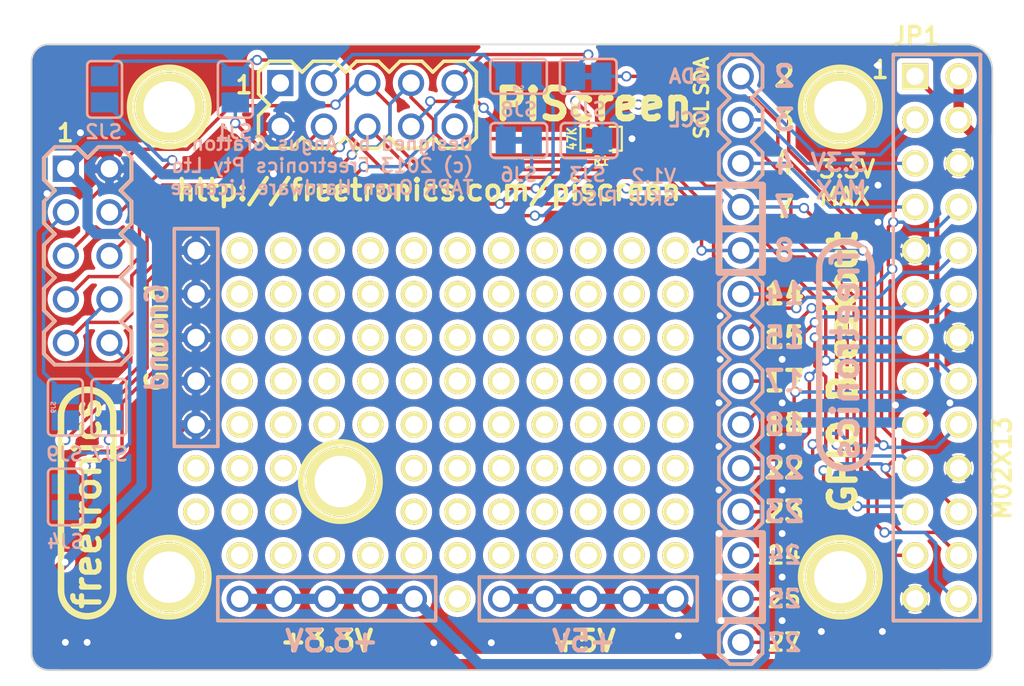
<source format=kicad_pcb>
(kicad_pcb (version 20221018) (generator pcbnew)
  (layers (0 "F.Cu" signal) (31 "B.Cu" signal) (34 "B.Paste" user) (35 "F.Paste" user) (36 "B.SilkS" user) (37 "F.SilkS" user) (38 "B.Mask" user) (39 "F.Mask" user) (44 "Edge.Cuts" user))
  (net 0 "")
  (net 1 "+3.3V")
  (net 2 "+5V")
  (net 3 "/GPIO14_TXD")
  (net 4 "/GPIO15_RXD")
  (net 5 "/GPIO17")
  (net 6 "/GPIO18_PCM_CLK")
  (net 7 "/GPIO22")
  (net 8 "/GPIO23")
  (net 9 "/GPIO24")
  (net 10 "/GPIO25")
  (net 11 "/GPIO27")
  (net 12 "/GPIO2_SDA")
  (net 13 "/GPIO3_SCL")
  (net 14 "/GPIO4_GPCLK0")
  (net 15 "/GPIO7_CE1")
  (net 16 "/GPIO8_CE0")
  (net 17 "/MISO")
  (net 18 "/MOSI")
  (net 19 "/OLED2_~{CS}")
  (net 20 "/OLED2_~{RST}")
  (net 21 "/OLED_DnC")
  (net 22 "/OLED_~{CS}")
  (net 23 "/OLED_~{RST}")
  (net 24 "/SCK")
  (net 25 "/uSD2_CD")
  (net 26 "/uSD2_~{CS}")
  (net 27 "/uSD_CD")
  (net 28 "/uSD_~{CS}")
  (net 29 "GND")
  (footprint "pin_array_13x2" (layer "F.Cu") (at 191.77 101.6 -90)
    (fp_text reference "JP1")
    (fp_text value "M02X13")
  )
  (footprint "SM0603_Resistor" (layer "F.Cu") (at 172.2 90)
    (fp_text reference "R1")
    (fp_text value "47K")
  )
  (footprint "1pin" (layer "F.Cu") (at 157 110)
    (fp_text reference "1PIN" hide)
    (fp_text value "P***" hide)
  )
  (footprint "DIL10" (layer "F.Cu") (at 141 91.75 -90)
    (fp_text reference "P2")
    (fp_text value "M02X05" hide)
  )
  (footprint "1pin" (layer "F.Cu") (at 147.025 88.15)
    (fp_text reference "1PIN" hide)
    (fp_text value "P***" hide)
  )
  (footprint "1pin" (layer "F.Cu") (at 147.025 115.575)
    (fp_text reference "1PIN" hide)
    (fp_text value "P***" hide)
  )
  (footprint "1pin" (layer "F.Cu") (at 186.14 115.575)
    (fp_text reference "1PIN" hide)
    (fp_text value "P***" hide)
  )
  (footprint "1pin" (layer "F.Cu") (at 186.14 88.15)
    (fp_text reference "1PIN" hide)
    (fp_text value "P***" hide)
  )
  (footprint "1X14" (layer "F.Cu") (at 180.34 86.36 -90)
    (fp_text reference "P3" hide)
    (fp_text value "CONN_14" hide)
  )
  (footprint "1X05" (layer "F.Cu") (at 166.37 116.84)
    (fp_text reference "P4" hide)
    (fp_text value "CONN_5" hide)
  )
  (footprint "1X05" (layer "F.Cu") (at 161.29 116.84 180)
    (fp_text reference "P5" hide)
    (fp_text value "CONN_5" hide)
  )
  (footprint "1X05" (layer "F.Cu") (at 148.59 106.68 90)
    (fp_text reference "P6" hide)
    (fp_text value "CONN_5" hide)
  )
  (footprint "1pin_prototyping" (layer "F.Cu") (at 151.13 96.52)
    (fp_text reference "1pin_prototyping" hide)
    (fp_text value "val**" hide)
  )
  (footprint "1pin_prototyping" (layer "F.Cu") (at 153.67 96.52)
    (fp_text reference "1pin_prototyping" hide)
    (fp_text value "val**" hide)
  )
  (footprint "1pin_prototyping" (layer "F.Cu") (at 156.21 96.52)
    (fp_text reference "1pin_prototyping" hide)
    (fp_text value "val**" hide)
  )
  (footprint "1pin_prototyping" (layer "F.Cu") (at 158.75 96.52)
    (fp_text reference "1pin_prototyping" hide)
    (fp_text value "val**" hide)
  )
  (footprint "1pin_prototyping" (layer "F.Cu") (at 161.29 96.52)
    (fp_text reference "1pin_prototyping" hide)
    (fp_text value "val**" hide)
  )
  (footprint "1pin_prototyping" (layer "F.Cu") (at 163.83 96.52)
    (fp_text reference "1pin_prototyping" hide)
    (fp_text value "val**" hide)
  )
  (footprint "1pin_prototyping" (layer "F.Cu") (at 166.37 96.52)
    (fp_text reference "1pin_prototyping" hide)
    (fp_text value "val**" hide)
  )
  (footprint "1pin_prototyping" (layer "F.Cu") (at 168.91 96.52)
    (fp_text reference "1pin_prototyping" hide)
    (fp_text value "val**" hide)
  )
  (footprint "1pin_prototyping" (layer "F.Cu") (at 173.99 96.52)
    (fp_text reference "1pin_prototyping" hide)
    (fp_text value "val**" hide)
  )
  (footprint "1pin_prototyping" (layer "F.Cu") (at 171.45 96.52)
    (fp_text reference "1pin_prototyping" hide)
    (fp_text value "val**" hide)
  )
  (footprint "1pin_prototyping" (layer "F.Cu") (at 151.13 99.06)
    (fp_text reference "1pin_prototyping" hide)
    (fp_text value "val**" hide)
  )
  (footprint "1pin_prototyping" (layer "F.Cu") (at 153.67 99.06)
    (fp_text reference "1pin_prototyping" hide)
    (fp_text value "val**" hide)
  )
  (footprint "1pin_prototyping" (layer "F.Cu") (at 156.21 99.06)
    (fp_text reference "1pin_prototyping" hide)
    (fp_text value "val**" hide)
  )
  (footprint "1pin_prototyping" (layer "F.Cu") (at 158.75 99.06)
    (fp_text reference "1pin_prototyping" hide)
    (fp_text value "val**" hide)
  )
  (footprint "1pin_prototyping" (layer "F.Cu") (at 161.29 99.06)
    (fp_text reference "1pin_prototyping" hide)
    (fp_text value "val**" hide)
  )
  (footprint "1pin_prototyping" (layer "F.Cu") (at 163.83 99.06)
    (fp_text reference "1pin_prototyping" hide)
    (fp_text value "val**" hide)
  )
  (footprint "1pin_prototyping" (layer "F.Cu") (at 166.37 99.06)
    (fp_text reference "1pin_prototyping" hide)
    (fp_text value "val**" hide)
  )
  (footprint "1pin_prototyping" (layer "F.Cu") (at 168.91 99.06)
    (fp_text reference "1pin_prototyping" hide)
    (fp_text value "val**" hide)
  )
  (footprint "1pin_prototyping" (layer "F.Cu") (at 173.99 99.06)
    (fp_text reference "1pin_prototyping" hide)
    (fp_text value "val**" hide)
  )
  (footprint "1pin_prototyping" (layer "F.Cu") (at 171.45 99.06)
    (fp_text reference "1pin_prototyping" hide)
    (fp_text value "val**" hide)
  )
  (footprint "1pin_prototyping" (layer "F.Cu") (at 171.45 104.14)
    (fp_text reference "1pin_prototyping" hide)
    (fp_text value "val**" hide)
  )
  (footprint "1pin_prototyping" (layer "F.Cu") (at 173.99 104.14)
    (fp_text reference "1pin_prototyping" hide)
    (fp_text value "val**" hide)
  )
  (footprint "1pin_prototyping" (layer "F.Cu") (at 168.91 104.14)
    (fp_text reference "1pin_prototyping" hide)
    (fp_text value "val**" hide)
  )
  (footprint "1pin_prototyping" (layer "F.Cu") (at 166.37 104.14)
    (fp_text reference "1pin_prototyping" hide)
    (fp_text value "val**" hide)
  )
  (footprint "1pin_prototyping" (layer "F.Cu") (at 163.83 104.14)
    (fp_text reference "1pin_prototyping" hide)
    (fp_text value "val**" hide)
  )
  (footprint "1pin_prototyping" (layer "F.Cu") (at 161.29 104.14)
    (fp_text reference "1pin_prototyping" hide)
    (fp_text value "val**" hide)
  )
  (footprint "1pin_prototyping" (layer "F.Cu") (at 158.75 104.14)
    (fp_text reference "1pin_prototyping" hide)
    (fp_text value "val**" hide)
  )
  (footprint "1pin_prototyping" (layer "F.Cu") (at 156.21 104.14)
    (fp_text reference "1pin_prototyping" hide)
    (fp_text value "val**" hide)
  )
  (footprint "1pin_prototyping" (layer "F.Cu") (at 153.67 104.14)
    (fp_text reference "1pin_prototyping" hide)
    (fp_text value "val**" hide)
  )
  (footprint "1pin_prototyping" (layer "F.Cu") (at 151.13 104.14)
    (fp_text reference "1pin_prototyping" hide)
    (fp_text value "val**" hide)
  )
  (footprint "1pin_prototyping" (layer "F.Cu") (at 151.13 101.6)
    (fp_text reference "1pin_prototyping" hide)
    (fp_text value "val**" hide)
  )
  (footprint "1pin_prototyping" (layer "F.Cu") (at 153.67 101.6)
    (fp_text reference "1pin_prototyping" hide)
    (fp_text value "val**" hide)
  )
  (footprint "1pin_prototyping" (layer "F.Cu") (at 156.21 101.6)
    (fp_text reference "1pin_prototyping" hide)
    (fp_text value "val**" hide)
  )
  (footprint "1pin_prototyping" (layer "F.Cu") (at 158.75 101.6)
    (fp_text reference "1pin_prototyping" hide)
    (fp_text value "val**" hide)
  )
  (footprint "1pin_prototyping" (layer "F.Cu") (at 161.29 101.6)
    (fp_text reference "1pin_prototyping" hide)
    (fp_text value "val**" hide)
  )
  (footprint "1pin_prototyping" (layer "F.Cu") (at 163.83 101.6)
    (fp_text reference "1pin_prototyping" hide)
    (fp_text value "val**" hide)
  )
  (footprint "1pin_prototyping" (layer "F.Cu") (at 166.37 101.6)
    (fp_text reference "1pin_prototyping" hide)
    (fp_text value "val**" hide)
  )
  (footprint "1pin_prototyping" (layer "F.Cu") (at 168.91 101.6)
    (fp_text reference "1pin_prototyping" hide)
    (fp_text value "val**" hide)
  )
  (footprint "1pin_prototyping" (layer "F.Cu") (at 173.99 101.6)
    (fp_text reference "1pin_prototyping" hide)
    (fp_text value "val**" hide)
  )
  (footprint "1pin_prototyping" (layer "F.Cu") (at 171.45 101.6)
    (fp_text reference "1pin_prototyping" hide)
    (fp_text value "val**" hide)
  )
  (footprint "1pin_prototyping" (layer "F.Cu") (at 151.13 106.68)
    (fp_text reference "1pin_prototyping" hide)
    (fp_text value "val**" hide)
  )
  (footprint "1pin_prototyping" (layer "F.Cu") (at 153.67 106.68)
    (fp_text reference "1pin_prototyping" hide)
    (fp_text value "val**" hide)
  )
  (footprint "1pin_prototyping" (layer "F.Cu") (at 156.21 106.68)
    (fp_text reference "1pin_prototyping" hide)
    (fp_text value "val**" hide)
  )
  (footprint "1pin_prototyping" (layer "F.Cu") (at 158.75 106.68)
    (fp_text reference "1pin_prototyping" hide)
    (fp_text value "val**" hide)
  )
  (footprint "1pin_prototyping" (layer "F.Cu") (at 161.29 106.68)
    (fp_text reference "1pin_prototyping" hide)
    (fp_text value "val**" hide)
  )
  (footprint "1pin_prototyping" (layer "F.Cu") (at 163.83 106.68)
    (fp_text reference "1pin_prototyping" hide)
    (fp_text value "val**" hide)
  )
  (footprint "1pin_prototyping" (layer "F.Cu") (at 166.37 106.68)
    (fp_text reference "1pin_prototyping" hide)
    (fp_text value "val**" hide)
  )
  (footprint "1pin_prototyping" (layer "F.Cu") (at 168.91 106.68)
    (fp_text reference "1pin_prototyping" hide)
    (fp_text value "val**" hide)
  )
  (footprint "1pin_prototyping" (layer "F.Cu") (at 173.99 106.68)
    (fp_text reference "1pin_prototyping" hide)
    (fp_text value "val**" hide)
  )
  (footprint "1pin_prototyping" (layer "F.Cu") (at 171.45 106.68)
    (fp_text reference "1pin_prototyping" hide)
    (fp_text value "val**" hide)
  )
  (footprint "1pin_prototyping" (layer "F.Cu") (at 171.45 114.3)
    (fp_text reference "1pin_prototyping" hide)
    (fp_text value "val**" hide)
  )
  (footprint "1pin_prototyping" (layer "F.Cu") (at 173.99 114.3)
    (fp_text reference "1pin_prototyping" hide)
    (fp_text value "val**" hide)
  )
  (footprint "1pin_prototyping" (layer "F.Cu") (at 168.91 114.3)
    (fp_text reference "1pin_prototyping" hide)
    (fp_text value "val**" hide)
  )
  (footprint "1pin_prototyping" (layer "F.Cu") (at 166.37 114.3)
    (fp_text reference "1pin_prototyping" hide)
    (fp_text value "val**" hide)
  )
  (footprint "1pin_prototyping" (layer "F.Cu") (at 163.83 114.3)
    (fp_text reference "1pin_prototyping" hide)
    (fp_text value "val**" hide)
  )
  (footprint "1pin_prototyping" (layer "F.Cu") (at 161.29 114.3)
    (fp_text reference "1pin_prototyping" hide)
    (fp_text value "val**" hide)
  )
  (footprint "1pin_prototyping" (layer "F.Cu") (at 161.29 109.22)
    (fp_text reference "1pin_prototyping" hide)
    (fp_text value "val**" hide)
  )
  (footprint "1pin_prototyping" (layer "F.Cu") (at 163.83 109.22)
    (fp_text reference "1pin_prototyping" hide)
    (fp_text value "val**" hide)
  )
  (footprint "1pin_prototyping" (layer "F.Cu") (at 166.37 109.22)
    (fp_text reference "1pin_prototyping" hide)
    (fp_text value "val**" hide)
  )
  (footprint "1pin_prototyping" (layer "F.Cu") (at 168.91 109.22)
    (fp_text reference "1pin_prototyping" hide)
    (fp_text value "val**" hide)
  )
  (footprint "1pin_prototyping" (layer "F.Cu") (at 173.99 109.22)
    (fp_text reference "1pin_prototyping" hide)
    (fp_text value "val**" hide)
  )
  (footprint "1pin_prototyping" (layer "F.Cu") (at 171.45 109.22)
    (fp_text reference "1pin_prototyping" hide)
    (fp_text value "val**" hide)
  )
  (footprint "1pin_prototyping" (layer "F.Cu") (at 161.29 111.76)
    (fp_text reference "1pin_prototyping" hide)
    (fp_text value "val**" hide)
  )
  (footprint "1pin_prototyping" (layer "F.Cu") (at 163.83 111.76)
    (fp_text reference "1pin_prototyping" hide)
    (fp_text value "val**" hide)
  )
  (footprint "1pin_prototyping" (layer "F.Cu") (at 166.37 111.76)
    (fp_text reference "1pin_prototyping" hide)
    (fp_text value "val**" hide)
  )
  (footprint "1pin_prototyping" (layer "F.Cu") (at 168.91 111.76)
    (fp_text reference "1pin_prototyping" hide)
    (fp_text value "val**" hide)
  )
  (footprint "1pin_prototyping" (layer "F.Cu") (at 173.99 111.76)
    (fp_text reference "1pin_prototyping" hide)
    (fp_text value "val**" hide)
  )
  (footprint "1pin_prototyping" (layer "F.Cu") (at 171.45 111.76)
    (fp_text reference "1pin_prototyping" hide)
    (fp_text value "val**" hide)
  )
  (footprint "1pin_prototyping" (layer "F.Cu") (at 153.67 114.3)
    (fp_text reference "1pin_prototyping" hide)
    (fp_text value "val**" hide)
  )
  (footprint "1pin_prototyping" (layer "F.Cu") (at 151.13 114.3)
    (fp_text reference "1pin_prototyping" hide)
    (fp_text value "val**" hide)
  )
  (footprint "1pin_prototyping" (layer "F.Cu") (at 153.67 109.22)
    (fp_text reference "1pin_prototyping" hide)
    (fp_text value "val**" hide)
  )
  (footprint "1pin_prototyping" (layer "F.Cu") (at 151.13 109.22)
    (fp_text reference "1pin_prototyping" hide)
    (fp_text value "val**" hide)
  )
  (footprint "1pin_prototyping" (layer "F.Cu") (at 151.13 111.76)
    (fp_text reference "1pin_prototyping" hide)
    (fp_text value "val**" hide)
  )
  (footprint "1pin_prototyping" (layer "F.Cu") (at 153.67 111.76)
    (fp_text reference "1pin_prototyping" hide)
    (fp_text value "val**" hide)
  )
  (footprint "1pin_prototyping" (layer "F.Cu") (at 156.21 114.3)
    (fp_text reference "1pin_prototyping" hide)
    (fp_text value "val**" hide)
  )
  (footprint "1pin_prototyping" (layer "F.Cu") (at 158.75 114.3)
    (fp_text reference "1pin_prototyping" hide)
    (fp_text value "val**" hide)
  )
  (footprint "1pin_prototyping" (layer "F.Cu") (at 163.83 116.84)
    (fp_text reference "1pin_prototyping" hide)
    (fp_text value "val**" hide)
  )
  (footprint "1pin_prototyping" (layer "F.Cu") (at 176.53 111.76)
    (fp_text reference "1pin_prototyping" hide)
    (fp_text value "val**" hide)
  )
  (footprint "1pin_prototyping" (layer "F.Cu") (at 176.53 109.22)
    (fp_text reference "1pin_prototyping" hide)
    (fp_text value "val**" hide)
  )
  (footprint "1pin_prototyping" (layer "F.Cu") (at 176.53 114.3)
    (fp_text reference "1pin_prototyping" hide)
    (fp_text value "val**" hide)
  )
  (footprint "1pin_prototyping" (layer "F.Cu") (at 176.53 106.68)
    (fp_text reference "1pin_prototyping" hide)
    (fp_text value "val**" hide)
  )
  (footprint "1pin_prototyping" (layer "F.Cu") (at 176.53 101.6)
    (fp_text reference "1pin_prototyping" hide)
    (fp_text value "val**" hide)
  )
  (footprint "1pin_prototyping" (layer "F.Cu") (at 176.53 104.14)
    (fp_text reference "1pin_prototyping" hide)
    (fp_text value "val**" hide)
  )
  (footprint "1pin_prototyping" (layer "F.Cu") (at 176.53 99.06)
    (fp_text reference "1pin_prototyping" hide)
    (fp_text value "val**" hide)
  )
  (footprint "1pin_prototyping" (layer "F.Cu") (at 148.59 111.76)
    (fp_text reference "1pin_prototyping" hide)
    (fp_text value "val**" hide)
  )
  (footprint "1pin_prototyping" (layer "F.Cu") (at 148.59 109.22)
    (fp_text reference "1pin_prototyping" hide)
    (fp_text value "val**" hide)
  )
  (footprint "LOGO_FREETRONICS" (layer "F.Cu") (at 142.24 111.252 -90)
    (fp_text reference "LOGO_FREETRONICS" hide)
    (fp_text value "val**" hide)
  )
  (footprint "1pin_prototyping" (layer "F.Cu") (at 176.53 96.52)
    (fp_text reference "1pin_prototyping" hide)
    (fp_text value "val**" hide)
  )
  (footprint "DIL10" (layer "B.Cu") (at 153.5 86.75)
    (fp_text reference "P1")
    (fp_text value "M02X05" hide)
  )
  (footprint "SJ_OPEN" (layer "B.Cu") (at 150.876 87.122 -90)
    (fp_text reference "SJ1")
    (fp_text value "SJ")
  )
  (footprint "SJ_OPEN" (layer "B.Cu") (at 143.256 87.122 -90)
    (fp_text reference "SJ2")
    (fp_text value "SJ")
  )
  (footprint "SJ_SHORTED" (layer "B.Cu") (at 167.4 90.1 180)
    (fp_text reference "SJ6")
    (fp_text value "SJ")
  )
  (footprint "SJ_OPEN" (layer "B.Cu") (at 167.386 86.36 180)
    (fp_text reference "SJ8")
    (fp_text value "SJ")
  )
  (footprint "SJ_OPEN" (layer "B.Cu") (at 140.97 105.664 90)
    (fp_text reference "SJ9")
    (fp_text value "SJ")
  )
  (footprint "SJ_SHORTED" (layer "B.Cu") (at 143.51 105.664 90)
    (fp_text reference "SJ7")
    (fp_text value "SJ")
  )
  (footprint "SJ_SHORTED" (layer "B.Cu") (at 171.45 86.36 180)
    (fp_text reference "SJ5")
    (fp_text value "SJ")
  )
  (footprint "SJ_SHORTED" (layer "B.Cu") (at 171.5 90.1 180)
    (fp_text reference "SJ3")
    (fp_text value "SJ")
  )
  (footprint "SJ_SHORTED" (layer "B.Cu") (at 140.975 110.9 90)
    (fp_text reference "SJ4")
    (fp_text value "SJ")
  )
  (footprint "LOGO_FREETRONICS" (layer "B.Cu") (at 186.436 102.616 90)
    (fp_text reference "LOGO_FREETRONICS" hide)
    (fp_text value "val**" hide)
  )
  (gr_line (start 179.07 97.79) (end 179.07 95.25) (stroke (width 0.4)) (layer "B.SilkS"))
  (gr_line (start 181.61 97.79) (end 179.07 97.79) (stroke (width 0.4)) (layer "B.SilkS"))
  (gr_line (start 181.61 95.25) (end 181.61 97.79) (stroke (width 0.4)) (layer "B.SilkS"))
  (gr_line (start 181.61 95.25) (end 181.61 92.71) (stroke (width 0.4)) (layer "B.SilkS"))
  (gr_line (start 179.07 95.25) (end 181.61 95.25) (stroke (width 0.4)) (layer "B.SilkS"))
  (gr_line (start 179.07 92.71) (end 179.07 95.25) (stroke (width 0.4)) (layer "B.SilkS"))
  (gr_line (start 181.61 92.71) (end 179.07 92.71) (stroke (width 0.4)) (layer "B.SilkS"))
  (gr_line (start 179.07 118.11) (end 179.07 115.57) (stroke (width 0.4)) (layer "B.SilkS"))
  (gr_line (start 144.8435 100.0125) (end 144.2085 100.6475) (stroke (width 0.2032)) (layer "B.SilkS"))
  (gr_line (start 144.8435 101.2825) (end 144.8435 102.5525) (stroke (width 0.2032)) (layer "B.SilkS"))
  (gr_line (start 179.07 113.03) (end 179.07 115.57) (stroke (width 0.4)) (layer "B.SilkS"))
  (gr_line (start 142.24 91.1225) (end 142.875 90.4875) (stroke (width 0.2032)) (layer "B.SilkS"))
  (gr_line (start 144.2085 100.6475) (end 144.8435 101.2825) (stroke (width 0.2032)) (layer "B.SilkS"))
  (gr_line (start 144.2085 90.4875) (end 144.8435 91.1225) (stroke (width 0.2032)) (layer "B.SilkS"))
  (gr_line (start 144.8435 92.3925) (end 144.2085 93.0275) (stroke (width 0.2032)) (layer "B.SilkS"))
  (gr_line (start 141.605 90.4875) (end 142.24 91.1225) (stroke (width 0.2032)) (layer "B.SilkS"))
  (gr_line (start 140.335 103.1875) (end 139.7 102.5525) (stroke (width 0.2032)) (layer "B.SilkS"))
  (gr_line (start 144.8435 98.7425) (end 144.8435 100.0125) (stroke (width 0.2032)) (layer "B.SilkS"))
  (gr_line (start 144.8435 93.6625) (end 144.8435 94.9325) (stroke (width 0.2032)) (layer "B.SilkS"))
  (gr_line (start 179.07 115.57) (end 181.61 115.57) (stroke (width 0.4)) (layer "B.SilkS"))
  (gr_line (start 142.875 90.4875) (end 144.2085 90.4875) (stroke (width 0.2032)) (layer "B.SilkS"))
  (gr_line (start 139.7 93.6625) (end 140.335 93.0275) (stroke (width 0.2032)) (layer "B.SilkS"))
  (gr_line (start 144.8435 96.2025) (end 144.8435 97.4725) (stroke (width 0.2032)) (layer "B.SilkS"))
  (gr_line (start 140.335 90.4875) (end 141.605 90.4875) (stroke (width 0.2032)) (layer "B.SilkS"))
  (gr_line (start 144.2085 95.5675) (end 144.8435 96.2025) (stroke (width 0.2032)) (layer "B.SilkS"))
  (gr_line (start 140.335 100.6475) (end 139.7 100.0125) (stroke (width 0.2032)) (layer "B.SilkS"))
  (gr_line (start 181.61 115.57) (end 181.61 113.03) (stroke (width 0.4)) (layer "B.SilkS"))
  (gr_line (start 140.335 95.5675) (end 139.7 94.9325) (stroke (width 0.2032)) (layer "B.SilkS"))
  (gr_line (start 144.2085 103.1875) (end 140.335 103.1875) (stroke (width 0.2032)) (layer "B.SilkS"))
  (gr_line (start 140.335 98.1075) (end 139.7 97.4725) (stroke (width 0.2032)) (layer "B.SilkS"))
  (gr_line (start 144.8435 94.9325) (end 144.2085 95.5675) (stroke (width 0.2032)) (layer "B.SilkS"))
  (gr_line (start 144.272 98.044) (end 144.2085 98.1075) (stroke (width 0.2032)) (layer "B.SilkS"))
  (gr_line (start 144.8435 97.4725) (end 144.272 98.044) (stroke (width 0.2032)) (layer "B.SilkS"))
  (gr_line (start 144.8435 91.1225) (end 144.8435 92.3925) (stroke (width 0.2032)) (layer "B.SilkS"))
  (gr_line (start 139.7 97.4725) (end 139.7 96.2025) (stroke (width 0.2032)) (layer "B.SilkS"))
  (gr_line (start 144.2085 98.1075) (end 144.8435 98.7425) (stroke (width 0.2032)) (layer "B.SilkS"))
  (gr_line (start 139.7 98.7425) (end 140.335 98.1075) (stroke (width 0.2032)) (layer "B.SilkS"))
  (gr_line (start 139.7 96.2025) (end 140.335 95.5675) (stroke (width 0.2032)) (layer "B.SilkS"))
  (gr_line (start 139.7 101.2825) (end 140.335 100.6475) (stroke (width 0.2032)) (layer "B.SilkS"))
  (gr_line (start 139.7 100.0125) (end 139.7 98.7425) (stroke (width 0.2032)) (layer "B.SilkS"))
  (gr_line (start 140.335 93.0275) (end 139.7 92.3925) (stroke (width 0.2032)) (layer "B.SilkS"))
  (gr_line (start 181.61 115.57) (end 181.61 118.11) (stroke (width 0.4)) (layer "B.SilkS"))
  (gr_line (start 144.2085 93.0275) (end 144.8435 93.6625) (stroke (width 0.2032)) (layer "B.SilkS"))
  (gr_line (start 181.61 118.11) (end 179.07 118.11) (stroke (width 0.4)) (layer "B.SilkS"))
  (gr_line (start 139.7 102.5525) (end 139.7 101.2825) (stroke (width 0.2032)) (layer "B.SilkS"))
  (gr_line (start 139.7 94.9325) (end 139.7 93.6625) (stroke (width 0.2032)) (layer "B.SilkS"))
  (gr_line (start 139.7 92.3925) (end 139.7 91.1225) (stroke (width 0.2032)) (layer "B.SilkS"))
  (gr_line (start 181.61 113.03) (end 179.07 113.03) (stroke (width 0.4)) (layer "B.SilkS"))
  (gr_line (start 140.335 90.4875) (end 139.7 91.1225) (stroke (width 0.2032)) (layer "B.SilkS"))
  (gr_line (start 144.8435 102.5525) (end 144.2085 103.1875) (stroke (width 0.2032)) (layer "B.SilkS"))
  (gr_line (start 179.07 97.79) (end 179.07 95.25) (stroke (width 0.4)) (layer "F.SilkS"))
  (gr_line (start 181.61 97.79) (end 179.07 97.79) (stroke (width 0.4)) (layer "F.SilkS"))
  (gr_line (start 181.61 95.25) (end 181.61 97.79) (stroke (width 0.4)) (layer "F.SilkS"))
  (gr_line (start 179.07 95.25) (end 179.07 92.71) (stroke (width 0.4)) (layer "F.SilkS"))
  (gr_line (start 181.61 95.25) (end 179.07 95.25) (stroke (width 0.4)) (layer "F.SilkS"))
  (gr_line (start 181.61 92.71) (end 181.61 95.25) (stroke (width 0.4)) (layer "F.SilkS"))
  (gr_line (start 179.07 92.71) (end 181.61 92.71) (stroke (width 0.4)) (layer "F.SilkS"))
  (gr_line (start 181.61 115.57) (end 181.61 118.11) (stroke (width 0.4)) (layer "F.SilkS"))
  (gr_line (start 179.07 113.03) (end 181.61 113.03) (stroke (width 0.4)) (layer "F.SilkS"))
  (gr_line (start 181.61 115.57) (end 179.07 115.57) (stroke (width 0.4)) (layer "F.SilkS"))
  (gr_line (start 179.07 118.11) (end 179.07 115.57) (stroke (width 0.4)) (layer "F.SilkS"))
  (gr_line (start 181.61 113.03) (end 181.61 115.57) (stroke (width 0.4)) (layer "F.SilkS"))
  (gr_line (start 179.07 115.57) (end 179.07 113.03) (stroke (width 0.4)) (layer "F.SilkS"))
  (gr_line (start 181.61 118.11) (end 179.07 118.11) (stroke (width 0.4)) (layer "F.SilkS"))
  (gr_line (start 193.5 84.5) (end 140 84.5) (stroke (width 0.1)) (layer "Edge.Cuts"))
  (gr_line (start 139 85.5) (end 139 120) (stroke (width 0.1)) (layer "Edge.Cuts"))
  (gr_arc (start 139 85.5) (mid 139.292893 84.792893) (end 140 84.5) (stroke (width 0.1)) (layer "Edge.Cuts"))
  (gr_arc (start 140 121) (mid 139.292893 120.707107) (end 139 120) (stroke (width 0.1)) (layer "Edge.Cuts"))
  (gr_line (start 195 86) (end 195 120) (stroke (width 0.1)) (layer "Edge.Cuts"))
  (gr_line (start 140 121) (end 194 121) (stroke (width 0.1)) (layer "Edge.Cuts"))
  (gr_arc (start 195 120) (mid 194.707107 120.707107) (end 194 121) (stroke (width 0.1)) (layer "Edge.Cuts"))
  (gr_arc (start 193.5 84.5) (mid 194.56066 84.93934) (end 195 86) (stroke (width 0.1)) (layer "Edge.Cuts"))
  (gr_text "Designed by Angus Gratton\n(c) 2013 Freetronics Pty Ltd\nTAPR Open Hardware License" (at 164.846 91.567) (layer "B.SilkS") (effects (font (size 0.8 0.8)) (justify left mirror)))
  (gr_text "SJ4" (at 140.975 113.5) (layer "B.SilkS") (effects (font (size 0.8 0.8)) (justify mirror)))
  (gr_text "SDA" (at 177.292 86.36) (layer "B.SilkS") (effects (font (size 0.8 0.8) (thickness 0.175)) (justify mirror)))
  (gr_text "SJ8" (at 167.4 88.3) (layer "B.SilkS") (effects (font (size 0.8 0.8)) (justify mirror)))
  (gr_text "SCL" (at 177.292 88.9) (layer "B.SilkS") (effects (font (size 0.8 0.8) (thickness 0.175)) (justify mirror)))
  (gr_text "4" (at 182.88 91.44) (layer "B.SilkS") (effects (font (size 1.2 1.2) (thickness 0.25)) (justify mirror)))
  (gr_text "24" (at 182.88 114.3) (layer "B.SilkS") (effects (font (size 1 1) (thickness 0.2)) (justify mirror)))
  (gr_text "SJ2" (at 143.2 89.6) (layer "B.SilkS") (effects (font (size 0.8 0.8)) (justify mirror)))
  (gr_text "3.3V\nMAX\n" (at 187.8 92.2) (layer "B.SilkS") (effects (font (size 1 1) (thickness 0.2)) (justify left mirror)))
  (gr_text "SJ1" (at 150.8 89.6) (layer "B.SilkS") (effects (font (size 0.8 0.8)) (justify mirror)))
  (gr_text "SJ9" (at 140.925 108.4) (layer "B.SilkS") (effects (font (size 0.8 0.8)) (justify mirror)))
  (gr_text "SJ3" (at 171.4 92.1) (layer "B.SilkS") (effects (font (size 0.8 0.8)) (justify mirror)))
  (gr_text "7" (at 182.88 93.98) (layer "B.SilkS") (effects (font (size 1.2 1.2) (thickness 0.25)) (justify mirror)))
  (gr_text "23" (at 182.88 111.76) (layer "B.SilkS") (effects (font (size 1.2 1.2) (thickness 0.25)) (justify mirror)))
  (gr_text "2" (at 182.88 86.36) (layer "B.SilkS") (effects (font (size 1.2 1.2) (thickness 0.25)) (justify mirror)))
  (gr_text "18" (at 182.88 106.68) (layer "B.SilkS") (effects (font (size 1.2 1.2) (thickness 0.25)) (justify mirror)))
  (gr_text "22" (at 182.88 109.22) (layer "B.SilkS") (effects (font (size 1.2 1.2) (thickness 0.25)) (justify mirror)))
  (gr_text "+5V" (at 171.2 119.3) (layer "B.SilkS") (effects (font (size 1.2 1.2) (thickness 0.25)) (justify mirror)))
  (gr_text "SJ5" (at 171.4 88.3) (layer "B.SilkS") (effects (font (size 0.8 0.8)) (justify mirror)))
  (gr_text "25" (at 182.88 116.84) (layer "B.SilkS") (effects (font (size 1 1) (thickness 0.2)) (justify mirror)))
  (gr_text "27" (at 182.9 119.4) (layer "B.SilkS") (effects (font (size 1 1) (thickness 0.2)) (justify mirror)))
  (gr_text "8" (at 182.88 96.52) (layer "B.SilkS") (effects (font (size 1.2 1.2) (thickness 0.25)) (justify mirror)))
  (gr_text "15" (at 182.88 101.6) (layer "B.SilkS") (effects (font (size 1.2 1.2) (thickness 0.25)) (justify mirror)))
  (gr_text "V1.2\nSKU: PISC" (at 176.657 92.837) (layer "B.SilkS") (effects (font (size 0.8 0.8)) (justify left mirror)))
  (gr_text "SJ7" (at 143.55 108.4) (layer "B.SilkS") (effects (font (size 0.8 0.8)) (justify mirror)))
  (gr_text "14" (at 182.88 99.06) (layer "B.SilkS") (effects (font (size 1.2 1.2) (thickness 0.25)) (justify mirror)))
  (gr_text "3" (at 182.88 88.9) (layer "B.SilkS") (effects (font (size 1.2 1.2) (thickness 0.25)) (justify mirror)))
  (gr_text "SJ6" (at 167.4 92.1) (layer "B.SilkS") (effects (font (size 0.8 0.8)) (justify mirror)))
  (gr_text "+3.3V" (at 156.5 119.3) (layer "B.SilkS") (effects (font (size 1.2 1.2) (thickness 0.25)) (justify mirror)))
  (gr_text "17" (at 182.88 104.14) (layer "B.SilkS") (effects (font (size 1.2 1.2) (thickness 0.25)) (justify mirror)))
  (gr_text "Ground" (at 146.304 101.6 90) (layer "B.SilkS") (effects (font (size 1.2 1.2) (thickness 0.25)) (justify mirror)))
  (gr_text "http://freetronics.com/piscreen\n" (at 147.3 93) (layer "F.SilkS") (effects (font (size 1.2 1.2) (thickness 0.25)) (justify left)))
  (gr_text "3" (at 182.88 88.9) (layer "F.SilkS") (effects (font (size 1.2 1.2) (thickness 0.25))))
  (gr_text "25" (at 182.88 116.84) (layer "F.SilkS") (effects (font (size 1 1) (thickness 0.2))))
  (gr_text "22" (at 182.88 109.22) (layer "F.SilkS") (effects (font (size 1.2 1.2) (thickness 0.25))))
  (gr_text "+5V" (at 171.2 119.3) (layer "F.SilkS") (effects (font (size 1.2 1.2) (thickness 0.25))))
  (gr_text "1" (at 151.384 86.868) (layer "F.SilkS") (effects (font (size 1 1) (thickness 0.2))))
  (gr_text "Ground" (at 146.3 101.6 90) (layer "F.SilkS") (effects (font (size 1.2 1.2) (thickness 0.25))))
  (gr_text "+3.3V" (at 156.2 119.3) (layer "F.SilkS") (effects (font (size 1.2 1.2) (thickness 0.25))))
  (gr_text "17" (at 182.88 104.14) (layer "F.SilkS") (effects (font (size 1.2 1.2) (thickness 0.25))))
  (gr_text "23" (at 182.88 111.76) (layer "F.SilkS") (effects (font (size 1.2 1.2) (thickness 0.25))))
  (gr_text "PiScreen" (at 165.8 88) (layer "F.SilkS") (effects (font (size 1.75 1.75) (thickness 0.4)) (justify left)))
  (gr_text "24" (at 182.88 114.3) (layer "F.SilkS") (effects (font (size 1 1) (thickness 0.2))))
  (gr_text "18" (at 182.88 106.68) (layer "F.SilkS") (effects (font (size 1.2 1.2) (thickness 0.25))))
  (gr_text "1" (at 140.97 89.662) (layer "F.SilkS") (effects (font (size 1 1) (thickness 0.2))))
  (gr_text "GPIO Breakout" (at 186.3 103.6 90) (layer "F.SilkS") (effects (font (size 1.5 1.5) (thickness 0.375))))
  (gr_text "27" (at 182.88 119.38) (layer "F.SilkS") (effects (font (size 1 1) (thickness 0.2))))
  (gr_text "8" (at 182.88 96.52) (layer "F.SilkS") (effects (font (size 1.2 1.2) (thickness 0.25))))
  (gr_text "SCL" (at 178.054 88.9 90) (layer "F.SilkS") (effects (font (size 0.8 0.8) (thickness 0.175))))
  (gr_text "2" (at 182.88 86.36) (layer "F.SilkS") (effects (font (size 1.2 1.2) (thickness 0.25))))
  (gr_text "3.3V\nMAX\n" (at 184.785 92.583) (layer "F.SilkS") (effects (font (size 1 1) (thickness 0.2)) (justify left)))
  (gr_text "4" (at 182.88 91.44) (layer "F.SilkS") (effects (font (size 1.2 1.2) (thickness 0.25))))
  (gr_text "SDA" (at 178.054 86.36 90) (layer "F.SilkS") (effects (font (size 0.8 0.8) (thickness 0.175))))
  (gr_text "14" (at 182.88 99.06) (layer "F.SilkS") (effects (font (size 1.2 1.2) (thickness 0.25))))
  (gr_text "1" (at 188.468 85.979) (layer "F.SilkS") (effects (font (size 1 1) (thickness 0.2))))
  (gr_text "7" (at 182.88 93.98) (layer "F.SilkS") (effects (font (size 1.2 1.2) (thickness 0.25))))
  (gr_text "15" (at 182.88 101.6) (layer "F.SilkS") (effects (font (size 1.2 1.2) (thickness 0.25))))
  (segment (start 191.77 87.63) (end 191.77 105.41) (width 0.3) (layer "F.Cu") (net 1))
  (segment (start 191.77 105.41) (end 190.5 106.68) (width 0.3) (layer "F.Cu") (net 1))
  (segment (start 190.5 86.36) (end 191.77 87.63) (width 0.3) (layer "F.Cu") (net 1))
  (segment (start 181.229 120.65) (end 181.737 120.142) (width 0.6) (layer "B.Cu") (net 1))
  (segment (start 183.261 106.553) (end 190.373 106.553) (width 0.6) (layer "B.Cu") (net 1))
  (segment (start 190.5 106.68) (end 190.373 106.553) (width 0.6) (layer "B.Cu") (net 1))
  (segment (start 181.737 107.188) (end 182.372 106.553) (width 0.6) (layer "B.Cu") (net 1))
  (segment (start 182.372 106.553) (end 183.261 106.553) (width 0.6) (layer "B.Cu") (net 1))
  (segment (start 178.6 120.65) (end 181.229 120.65) (width 0.6) (layer "B.Cu") (net 1))
  (segment (start 165.1 120.65) (end 161.29 116.84) (width 0.6) (layer "B.Cu") (net 1))
  (segment (start 158.75 116.84) (end 156.21 116.84) (width 0.6) (layer "B.Cu") (net 1))
  (segment (start 161.29 116.84) (end 158.75 116.84) (width 0.6) (layer "B.Cu") (net 1))
  (segment (start 153.67 116.84) (end 151.13 116.84) (width 0.6) (layer "B.Cu") (net 1))
  (segment (start 156.21 116.84) (end 153.67 116.84) (width 0.6) (layer "B.Cu") (net 1))
  (segment (start 181.737 108.585) (end 181.737 107.188) (width 0.6) (layer "B.Cu") (net 1))
  (segment (start 181.737 120.142) (end 181.737 108.585) (width 0.6) (layer "B.Cu") (net 1))
  (segment (start 178.6 120.65) (end 165.1 120.65) (width 0.6) (layer "B.Cu") (net 1))
  (segment (start 179.07 120.65) (end 191.897 120.65) (width 0.6) (layer "F.Cu") (net 2))
  (segment (start 191.897 120.65) (end 194.437 118.11) (width 0.6) (layer "F.Cu") (net 2))
  (segment (start 194.437 118.11) (end 194.437 90.297) (width 0.6) (layer "F.Cu") (net 2))
  (segment (start 194.437 90.297) (end 193.04 88.9) (width 0.6) (layer "F.Cu") (net 2))
  (segment (start 177.8 118.11) (end 177.8 119.38) (width 0.6) (layer "F.Cu") (net 2))
  (segment (start 177.8 119.38) (end 178.943 120.523) (width 0.6) (layer "F.Cu") (net 2))
  (segment (start 140.775 120.65) (end 139.725 119.6) (width 0.6) (layer "F.Cu") (net 2))
  (segment (start 139.725 119.6) (end 139.725 115.925) (width 0.6) (layer "F.Cu") (net 2))
  (segment (start 139.725 115.925) (end 140.95 114.7) (width 0.6) (layer "F.Cu") (net 2))
  (segment (start 179.07 120.65) (end 146.15 120.65) (width 0.6) (layer "F.Cu") (net 2))
  (segment (start 193.04 88.9) (end 193.04 86.36) (width 0.6) (layer "F.Cu") (net 2))
  (segment (start 146.15 120.65) (end 140.775 120.65) (width 0.6) (layer "F.Cu") (net 2))
  (segment (start 178.943 120.523) (end 179.07 120.65) (width 0.6) (layer "F.Cu") (net 2))
  (segment (start 176.53 116.84) (end 177.8 118.11) (width 0.6) (layer "F.Cu") (net 2))
  (via (at 140.95 114.7) (size 0.6) (drill 0.4) (layers "F.Cu" "B.Cu") (net 2))
  (segment (start 142.24 92.99) (end 142.24 95.0595) (width 0.3) (layer "B.Cu") (net 2))
  (segment (start 142.24 95.0595) (end 142.6845 95.504) (width 0.3) (layer "B.Cu") (net 2))
  (segment (start 142.6845 95.504) (end 144.399 95.504) (width 0.3) (layer "B.Cu") (net 2))
  (segment (start 144.7165 95.504) (end 145.3515 96.139) (width 0.3) (layer "B.Cu") (net 2))
  (segment (start 153.5 87.038) (end 152.2095 88.3285) (width 0.6) (layer "B.Cu") (net 2))
  (segment (start 152.2095 88.3285) (end 152.2095 89.408) (width 0.6) (layer "B.Cu") (net 2))
  (segment (start 152.2095 89.408) (end 149.9235 91.694) (width 0.6) (layer "B.Cu") (net 2))
  (segment (start 142.326 90.424) (end 144.9705 90.424) (width 0.6) (layer "B.Cu") (net 2))
  (segment (start 144.9705 90.424) (end 146.6215 92.075) (width 0.6) (layer "B.Cu") (net 2))
  (segment (start 146.6215 92.075) (end 149.5425 92.075) (width 0.6) (layer "B.Cu") (net 2))
  (segment (start 149.5425 92.075) (end 149.9235 91.694) (width 0.6) (layer "B.Cu") (net 2))
  (segment (start 142.2654 93.0154) (end 142.2654 95.0849) (width 0.6) (layer "B.Cu") (net 2))
  (segment (start 142.2654 95.0849) (end 142.7353 95.5548) (width 0.6) (layer "B.Cu") (net 2))
  (segment (start 142.7353 95.5548) (end 144.7673 95.5548) (width 0.6) (layer "B.Cu") (net 2))
  (segment (start 144.7673 95.5548) (end 145.415 96.2025) (width 0.6) (layer "B.Cu") (net 2))
  (segment (start 140.95 114.7) (end 145.415 110.235) (width 0.6) (layer "B.Cu") (net 2))
  (segment (start 145.415 110.235) (end 145.415 96.2025) (width 0.6) (layer "B.Cu") (net 2))
  (segment (start 171.45 116.84) (end 173.99 116.84) (width 0.6) (layer "B.Cu") (net 2))
  (segment (start 141 91.75) (end 142.24 92.99) (width 0.6) (layer "B.Cu") (net 2))
  (segment (start 168.91 116.84) (end 171.45 116.84) (width 0.6) (layer "B.Cu") (net 2))
  (segment (start 142.2654 93.0154) (end 142.24 92.99) (width 0.6) (layer "B.Cu") (net 2))
  (segment (start 141 91.75) (end 142.326 90.424) (width 0.6) (layer "B.Cu") (net 2))
  (segment (start 166.37 116.84) (end 168.91 116.84) (width 0.6) (layer "B.Cu") (net 2))
  (segment (start 153.5 87.038) (end 153.5 86.75) (width 0.6) (layer "B.Cu") (net 2))
  (segment (start 176.53 116.84) (end 173.99 116.84) (width 0.6) (layer "B.Cu") (net 2))
  (segment (start 188.94401 97.37701) (end 188.94401 96.266) (width 0.2) (layer "F.Cu") (net 3))
  (segment (start 188.94401 95.15499) (end 189.23 94.869) (width 0.2) (layer "F.Cu") (net 3))
  (segment (start 189.1665 97.5995) (end 188.94401 97.37701) (width 0.2) (layer "F.Cu") (net 3))
  (segment (start 188.94401 96.266) (end 188.94401 95.15499) (width 0.2) (layer "F.Cu") (net 3))
  (via (at 189.1665 97.5995) (size 0.6) (drill 0.4) (layers "F.Cu" "B.Cu") (net 3))
  (via (at 189.23 94.869) (size 0.6) (drill 0.4) (layers "F.Cu" "B.Cu") (net 3))
  (segment (start 183.7055 99.06) (end 184.023 98.7425) (width 0.2) (layer "B.Cu") (net 3))
  (segment (start 184.023 98.7425) (end 188.0235 98.7425) (width 0.2) (layer "B.Cu") (net 3))
  (segment (start 188.0235 98.7425) (end 189.1665 97.5995) (width 0.2) (layer "B.Cu") (net 3))
  (segment (start 191.7065 95.3135) (end 193.04 93.98) (width 0.2) (layer "B.Cu") (net 3))
  (segment (start 189.23 94.869) (end 189.8015 94.869) (width 0.2) (layer "B.Cu") (net 3))
  (segment (start 189.8015 94.869) (end 190.246 95.3135) (width 0.2) (layer "B.Cu") (net 3))
  (segment (start 190.246 95.3135) (end 191.7065 95.3135) (width 0.2) (layer "B.Cu") (net 3))
  (segment (start 180.34 99.06) (end 183.7055 99.06) (width 0.2) (layer "B.Cu") (net 3))
  (segment (start 182.0545 99.8855) (end 183.5785 99.8855) (width 0.2) (layer "F.Cu") (net 4))
  (segment (start 180.34 101.6) (end 182.0545 99.8855) (width 0.2) (layer "F.Cu") (net 4))
  (via (at 183.5785 99.8855) (size 0.6) (drill 0.4) (layers "F.Cu" "B.Cu") (net 4))
  (segment (start 183.5785 99.8855) (end 184.2135 99.2505) (width 0.2) (layer "B.Cu") (net 4))
  (segment (start 184.2135 99.2505) (end 188.4045 99.2505) (width 0.2) (layer "B.Cu") (net 4))
  (segment (start 188.4045 99.2505) (end 189.865 97.79) (width 0.2) (layer "B.Cu") (net 4))
  (segment (start 189.865 97.79) (end 191.77 97.79) (width 0.2) (layer "B.Cu") (net 4))
  (segment (start 191.77 97.79) (end 193.04 96.52) (width 0.2) (layer "B.Cu") (net 4))
  (segment (start 183.622998 100.730002) (end 183.622998 102.952502) (width 0.2) (layer "F.Cu") (net 5))
  (segment (start 183.622998 102.952502) (end 182.4355 104.14) (width 0.2) (layer "F.Cu") (net 5))
  (segment (start 182.4355 104.14) (end 180.34 104.14) (width 0.2) (layer "F.Cu") (net 5))
  (segment (start 184.4675 99.8855) (end 183.622998 100.730002) (width 0.2) (layer "F.Cu") (net 5))
  (via (at 184.4675 99.8855) (size 0.6) (drill 0.4) (layers "F.Cu" "B.Cu") (net 5))
  (segment (start 184.4675 99.8855) (end 189.6745 99.8855) (width 0.2) (layer "B.Cu") (net 5))
  (segment (start 189.6745 99.8855) (end 190.5 99.06) (width 0.2) (layer "B.Cu") (net 5))
  (segment (start 180.5305 106.68) (end 184.023 103.1875) (width 0.2) (layer "F.Cu") (net 6))
  (segment (start 184.023 103.1875) (end 184.023 101.346) (width 0.2) (layer "F.Cu") (net 6))
  (segment (start 184.023 101.346) (end 184.658 100.711) (width 0.2) (layer "F.Cu") (net 6))
  (segment (start 180.34 106.68) (end 180.5305 106.68) (width 0.2) (layer "F.Cu") (net 6))
  (via (at 184.658 100.711) (size 0.6) (drill 0.4) (layers "F.Cu" "B.Cu") (net 6))
  (segment (start 189.738 100.3935) (end 191.7065 100.3935) (width 0.2) (layer "B.Cu") (net 6))
  (segment (start 191.7065 100.3935) (end 193.04 99.06) (width 0.2) (layer "B.Cu") (net 6))
  (segment (start 184.9755 100.3935) (end 189.738 100.3935) (width 0.2) (layer "B.Cu") (net 6))
  (segment (start 184.658 100.711) (end 184.9755 100.3935) (width 0.2) (layer "B.Cu") (net 6))
  (segment (start 182.860998 109.22) (end 183.4515 108.629498) (width 0.2) (layer "F.Cu") (net 7))
  (segment (start 183.4515 108.629498) (end 183.4515 104.8385) (width 0.2) (layer "F.Cu") (net 7))
  (segment (start 183.4515 104.8385) (end 183.515 104.775) (width 0.2) (layer "F.Cu") (net 7))
  (segment (start 180.34 109.22) (end 182.860998 109.22) (width 0.2) (layer "F.Cu") (net 7))
  (via (at 183.515 104.775) (size 0.6) (drill 0.4) (layers "F.Cu" "B.Cu") (net 7))
  (segment (start 183.515 104.775) (end 189.865 104.775) (width 0.2) (layer "B.Cu") (net 7))
  (segment (start 189.865 104.775) (end 190.5 104.14) (width 0.2) (layer "B.Cu") (net 7))
  (segment (start 152.146 85.4075) (end 156.591 85.4075) (width 0.2) (layer "F.Cu") (net 8))
  (segment (start 156.591 85.4075) (end 157.4165 86.233) (width 0.2) (layer "F.Cu") (net 8))
  (segment (start 157.4165 86.233) (end 157.4165 89.535) (width 0.2) (layer "F.Cu") (net 8))
  (segment (start 157.4165 89.7255) (end 159.512 91.821) (width 0.2) (layer "F.Cu") (net 8))
  (segment (start 178.7525 96.8375) (end 179.832 97.917) (width 0.2) (layer "F.Cu") (net 8))
  (segment (start 179.832 97.917) (end 183.368998 97.917) (width 0.2) (layer "F.Cu") (net 8))
  (segment (start 183.368998 97.917) (end 185.293 99.841002) (width 0.2) (layer "F.Cu") (net 8))
  (segment (start 185.293 99.841002) (end 185.293 102.9335) (width 0.2) (layer "F.Cu") (net 8))
  (segment (start 184.3405 103.886) (end 184.3405 107.1245) (width 0.2) (layer "F.Cu") (net 8))
  (segment (start 184.3405 107.1245) (end 183.896 107.569) (width 0.2) (layer "F.Cu") (net 8))
  (segment (start 183.134 111.76) (end 183.896 110.998) (width 0.2) (layer "F.Cu") (net 8))
  (segment (start 183.896 110.998) (end 183.896 107.569) (width 0.2) (layer "F.Cu") (net 8))
  (segment (start 178.7525 95.65) (end 178.7525 96.8375) (width 0.2) (layer "F.Cu") (net 8))
  (segment (start 178.7525 94.9525) (end 176.05 92.25) (width 0.2) (layer "F.Cu") (net 8))
  (segment (start 176.05 92.25) (end 159.941 92.25) (width 0.2) (layer "F.Cu") (net 8))
  (segment (start 159.941 92.25) (end 159.512 91.821) (width 0.2) (layer "F.Cu") (net 8))
  (segment (start 178.7525 95.65) (end 178.7525 94.9525) (width 0.2) (layer "F.Cu") (net 8))
  (segment (start 180.34 111.76) (end 183.134 111.76) (width 0.2) (layer "F.Cu") (net 8))
  (segment (start 157.4165 89.535) (end 157.4165 89.7255) (width 0.2) (layer "F.Cu") (net 8))
  (via (at 184.3405 103.886) (size 0.6) (drill 0.4) (layers "F.Cu" "B.Cu") (net 8))
  (via (at 152.146 85.4075) (size 0.6) (drill 0.4) (layers "F.Cu" "B.Cu") (net 8))
  (via (at 185.293 102.9335) (size 0.6) (drill 0.4) (layers "F.Cu" "B.Cu") (net 8))
  (segment (start 151.8285 85.4075) (end 152.146 85.4075) (width 0.2) (layer "B.Cu") (net 8))
  (segment (start 185.293 102.9335) (end 191.8335 102.9335) (width 0.2) (layer "B.Cu") (net 8))
  (segment (start 191.8335 102.9335) (end 193.04 104.14) (width 0.2) (layer "B.Cu") (net 8))
  (segment (start 145.415 85.471) (end 149.987 85.471) (width 0.2) (layer "B.Cu") (net 8))
  (segment (start 150.876 86.36) (end 149.987 85.471) (width 0.2) (layer "B.Cu") (net 8))
  (segment (start 144.145 85.471) (end 143.256 86.36) (width 0.2) (layer "B.Cu") (net 8))
  (segment (start 145.415 85.471) (end 144.145 85.471) (width 0.2) (layer "B.Cu") (net 8))
  (segment (start 150.876 86.36) (end 151.8285 85.4075) (width 0.2) (layer "B.Cu") (net 8))
  (segment (start 185.293 102.9335) (end 184.3405 103.886) (width 0.2) (layer "B.Cu") (net 8))
  (segment (start 188.144006 96.9645) (end 188.144006 105.4735) (width 0.2) (layer "F.Cu") (net 9))
  (segment (start 188.144006 96.259506) (end 184.658 92.7735) (width 0.2) (layer "F.Cu") (net 9))
  (segment (start 182.499 90.6145) (end 182.499 89.027) (width 0.2) (layer "F.Cu") (net 9))
  (segment (start 182.499 89.027) (end 181.102 87.63) (width 0.2) (layer "F.Cu") (net 9))
  (segment (start 181.102 87.63) (end 179.578 87.63) (width 0.2) (layer "F.Cu") (net 9))
  (segment (start 176.911 88.011) (end 174.371 88.011) (width 0.2) (layer "F.Cu") (net 9))
  (segment (start 179.197 88.011) (end 179.578 87.63) (width 0.2) (layer "F.Cu") (net 9))
  (segment (start 146.177 98.552) (end 147.066 97.663) (width 0.2) (layer "F.Cu") (net 9))
  (segment (start 147.066 97.663) (end 147.066 95.504) (width 0.2) (layer "F.Cu") (net 9))
  (segment (start 144.272 105.41) (end 146.177 103.505) (width 0.2) (layer "F.Cu") (net 9))
  (segment (start 146.177 103.505) (end 146.177 98.552) (width 0.2) (layer "F.Cu") (net 9))
  (segment (start 188.6585 107.8865) (end 188.144006 107.372006) (width 0.2) (layer "F.Cu") (net 9))
  (segment (start 182.372 114.3) (end 180.34 114.3) (width 0.2) (layer "F.Cu") (net 9))
  (segment (start 183.388 112.268) (end 184.531 111.125) (width 0.2) (layer "F.Cu") (net 9))
  (segment (start 184.531 111.125) (end 184.531 107.823) (width 0.2) (layer "F.Cu") (net 9))
  (segment (start 147.67 94.9) (end 147.066 95.504) (width 0.2) (layer "F.Cu") (net 9))
  (segment (start 164.2 94.9) (end 147.67 94.9) (width 0.2) (layer "F.Cu") (net 9))
  (segment (start 142.15 109.1) (end 143.025 108.225) (width 0.2) (layer "F.Cu") (net 9))
  (segment (start 143.025 108.225) (end 144.075 108.225) (width 0.2) (layer "F.Cu") (net 9))
  (segment (start 144.075 108.225) (end 144.272 108.028) (width 0.2) (layer "F.Cu") (net 9))
  (segment (start 144.272 108.028) (end 144.272 105.41) (width 0.2) (layer "F.Cu") (net 9))
  (segment (start 168.3385 94.488) (end 165.3215 94.488) (width 0.2) (layer "F.Cu") (net 9))
  (segment (start 165.3215 94.488) (end 164.9095 94.9) (width 0.2) (layer "F.Cu") (net 9))
  (segment (start 176.911 88.011) (end 179.197 88.011) (width 0.2) (layer "F.Cu") (net 9))
  (segment (start 182.372 114.3) (end 183.388 113.284) (width 0.2) (layer "F.Cu") (net 9))
  (segment (start 188.144006 105.4735) (end 188.144006 107.372006) (width 0.2) (layer "F.Cu") (net 9))
  (segment (start 188.144006 96.9645) (end 188.144006 96.259506) (width 0.2) (layer "F.Cu") (net 9))
  (segment (start 183.388 113.284) (end 183.388 112.268) (width 0.2) (layer "F.Cu") (net 9))
  (segment (start 164.2 94.9) (end 164.9095 94.9) (width 0.2) (layer "F.Cu") (net 9))
  (segment (start 184.658 92.7735) (end 182.499 90.6145) (width 0.2) (layer "F.Cu") (net 9))
  (via (at 184.531 107.823) (size 0.6) (drill 0.4) (layers "F.Cu" "B.Cu") (net 9))
  (via (at 142.15 109.1) (size 0.6) (drill 0.4) (layers "F.Cu" "B.Cu") (net 9))
  (via (at 174.371 88.011) (size 0.6) (drill 0.4) (layers "F.Cu" "B.Cu") (net 9))
  (via (at 188.6585 107.8865) (size 0.6) (drill 0.4) (layers "F.Cu" "B.Cu") (net 9))
  (via (at 168.3385 94.488) (size 0.6) (drill 0.4) (layers "F.Cu" "B.Cu") (net 9))
  (segment (start 193.04 106.68) (end 191.7192 108.0008) (width 0.2) (layer "B.Cu") (net 9))
  (segment (start 191.7192 108.0008) (end 193.04 106.68) (width 0.2) (layer "B.Cu") (net 9))
  (segment (start 188.6585 107.8865) (end 188.7728 108.0008) (width 0.2) (layer "B.Cu") (net 9))
  (segment (start 188.7728 108.0008) (end 191.7192 108.0008) (width 0.2) (layer "B.Cu") (net 9))
  (segment (start 186.817 107.8865) (end 186.1185 107.188) (width 0.2) (layer "B.Cu") (net 9))
  (segment (start 186.1185 107.188) (end 185.166 107.188) (width 0.2) (layer "B.Cu") (net 9))
  (segment (start 185.166 107.188) (end 184.531 107.823) (width 0.2) (layer "B.Cu") (net 9))
  (segment (start 172.989 88.011) (end 172.262 88.738) (width 0.2) (layer "B.Cu") (net 9))
  (segment (start 172.262 88.738) (end 172.262 90.1) (width 0.2) (layer "B.Cu") (net 9))
  (segment (start 141.563 111.662) (end 142.15 111.075) (width 0.2) (layer "B.Cu") (net 9))
  (segment (start 142.15 111.075) (end 142.15 109.1) (width 0.2) (layer "B.Cu") (net 9))
  (segment (start 172.262 91.0725) (end 168.8465 94.488) (width 0.2) (layer "B.Cu") (net 9))
  (segment (start 168.8465 94.488) (end 168.3385 94.488) (width 0.2) (layer "B.Cu") (net 9))
  (segment (start 172.262 90.1) (end 172.262 91.0725) (width 0.2) (layer "B.Cu") (net 9))
  (segment (start 140.975 111.662) (end 141.563 111.662) (width 0.2) (layer "B.Cu") (net 9))
  (segment (start 188.6585 107.8865) (end 186.817 107.8865) (width 0.2) (layer "B.Cu") (net 9))
  (segment (start 174.371 88.011) (end 172.989 88.011) (width 0.2) (layer "B.Cu") (net 9))
  (segment (start 188.544008 105.664) (end 188.544008 105.689208) (width 0.2) (layer "F.Cu") (net 10))
  (segment (start 188.544008 106.756008) (end 189.2935 107.5055) (width 0.2) (layer "F.Cu") (net 10))
  (segment (start 189.865 110.5535) (end 191.8335 110.5535) (width 0.2) (layer "F.Cu") (net 10))
  (segment (start 191.8335 110.5535) (end 193.04 111.76) (width 0.2) (layer "F.Cu") (net 10))
  (segment (start 173.6725 86.36) (end 177.9905 86.36) (width 0.2) (layer "F.Cu") (net 10))
  (segment (start 177.9905 86.36) (end 179.2605 85.09) (width 0.2) (layer "F.Cu") (net 10))
  (segment (start 179.2605 85.09) (end 181.356 85.09) (width 0.2) (layer "F.Cu") (net 10))
  (segment (start 181.356 85.09) (end 183.134 86.868) (width 0.2) (layer "F.Cu") (net 10))
  (segment (start 183.134 86.868) (end 183.134 90.043) (width 0.2) (layer "F.Cu") (net 10))
  (segment (start 183.134 90.678) (end 188.214 95.758) (width 0.2) (layer "F.Cu") (net 10))
  (segment (start 188.544008 96.52) (end 188.544008 105.664) (width 0.2) (layer "F.Cu") (net 10))
  (segment (start 188.544008 96.088008) (end 188.214 95.758) (width 0.2) (layer "F.Cu") (net 10))
  (segment (start 188.214 95.758) (end 188.544008 96.088008) (width 0.2) (layer "F.Cu") (net 10))
  (segment (start 183.8325 113.6015) (end 183.388 114.046) (width 0.2) (layer "F.Cu") (net 10))
  (segment (start 183.388 114.046) (end 183.388 116.459) (width 0.2) (layer "F.Cu") (net 10))
  (segment (start 183.388 116.459) (end 183.007 116.84) (width 0.2) (layer "F.Cu") (net 10))
  (segment (start 183.8325 113.03) (end 183.8325 113.6015) (width 0.2) (layer "F.Cu") (net 10))
  (segment (start 183.8325 112.4585) (end 185.166 111.125) (width 0.2) (layer "F.Cu") (net 10))
  (segment (start 185.166 111.125) (end 185.166 109.347) (width 0.2) (layer "F.Cu") (net 10))
  (segment (start 188.7855 109.22) (end 188.7855 109.474) (width 0.2) (layer "F.Cu") (net 10))
  (segment (start 188.7855 109.474) (end 189.865 110.5535) (width 0.2) (layer "F.Cu") (net 10))
  (segment (start 189.2935 108.712) (end 189.2935 107.5055) (width 0.2) (layer "F.Cu") (net 10))
  (segment (start 183.8325 113.03) (end 183.8325 112.4585) (width 0.2) (layer "F.Cu") (net 10))
  (segment (start 180.34 116.84) (end 183.007 116.84) (width 0.2) (layer "F.Cu") (net 10))
  (segment (start 188.7855 109.22) (end 189.2935 108.712) (width 0.2) (layer "F.Cu") (net 10))
  (segment (start 183.134 90.043) (end 183.134 90.678) (width 0.2) (layer "F.Cu") (net 10))
  (segment (start 188.544008 96.52) (end 188.544008 96.088008) (width 0.2) (layer "F.Cu") (net 10))
  (segment (start 188.544008 105.664) (end 188.544008 106.756008) (width 0.2) (layer "F.Cu") (net 10))
  (via (at 185.166 109.347) (size 0.6) (drill 0.4) (layers "F.Cu" "B.Cu") (net 10))
  (via (at 188.7855 109.22) (size 0.6) (drill 0.4) (layers "F.Cu" "B.Cu") (net 10))
  (via (at 173.6725 86.36) (size 0.6) (drill 0.4) (layers "F.Cu" "B.Cu") (net 10))
  (segment (start 185.166 109.347) (end 185.547 108.966) (width 0.2) (layer "B.Cu") (net 10))
  (segment (start 185.547 108.966) (end 188.5315 108.966) (width 0.2) (layer "B.Cu") (net 10))
  (segment (start 188.5315 108.966) (end 188.7855 109.22) (width 0.2) (layer "B.Cu") (net 10))
  (segment (start 172.212 86.36) (end 173.6725 86.36) (width 0.2) (layer "B.Cu") (net 10))
  (segment (start 185.293 103.886) (end 184.658 103.251) (width 0.2) (layer "F.Cu") (net 11))
  (segment (start 184.658 103.251) (end 184.658 101.6) (width 0.2) (layer "F.Cu") (net 11))
  (segment (start 186.055 109.22) (end 185.293 108.458) (width 0.2) (layer "F.Cu") (net 11))
  (segment (start 185.293 108.458) (end 185.293 103.886) (width 0.2) (layer "F.Cu") (net 11))
  (segment (start 186.055 111.1885) (end 186.055 109.22) (width 0.2) (layer "F.Cu") (net 11))
  (segment (start 186.055 112.2045) (end 183.788002 114.471498) (width 0.2) (layer "F.Cu") (net 11))
  (segment (start 183.788002 114.471498) (end 183.788002 118.979998) (width 0.2) (layer "F.Cu") (net 11))
  (segment (start 183.788002 118.979998) (end 183.388 119.38) (width 0.2) (layer "F.Cu") (net 11))
  (segment (start 186.055 111.3155) (end 186.055 112.2045) (width 0.2) (layer "F.Cu") (net 11))
  (segment (start 180.34 119.38) (end 183.388 119.38) (width 0.2) (layer "F.Cu") (net 11))
  (segment (start 186.055 111.1885) (end 186.055 111.3155) (width 0.2) (layer "F.Cu") (net 11))
  (via (at 184.658 101.6) (size 0.6) (drill 0.4) (layers "F.Cu" "B.Cu") (net 11))
  (segment (start 184.658 101.6) (end 190.5 101.6) (width 0.2) (layer "B.Cu") (net 11))
  (segment (start 188.468 90.932) (end 184.7215 90.932) (width 0.2) (layer "B.Cu") (net 12))
  (segment (start 184.7215 90.932) (end 180.34 86.5505) (width 0.2) (layer "B.Cu") (net 12))
  (segment (start 180.34 86.5505) (end 180.34 86.36) (width 0.2) (layer "B.Cu") (net 12))
  (segment (start 190.5 88.9) (end 188.468 90.932) (width 0.2) (layer "B.Cu") (net 12))
  (segment (start 181.6735 88.9) (end 184.2135 91.44) (width 0.2) (layer "B.Cu") (net 13))
  (segment (start 184.2135 91.44) (end 190.5 91.44) (width 0.2) (layer "B.Cu") (net 13))
  (segment (start 180.34 88.9) (end 181.6735 88.9) (width 0.2) (layer "B.Cu") (net 13))
  (segment (start 183.007 91.44) (end 185.547 93.98) (width 0.2) (layer "B.Cu") (net 14))
  (segment (start 185.547 93.98) (end 190.5 93.98) (width 0.2) (layer "B.Cu") (net 14))
  (segment (start 180.34 91.44) (end 183.007 91.44) (width 0.2) (layer "B.Cu") (net 14))
  (segment (start 187.344002 98.552) (end 187.344002 101.809502) (width 0.2) (layer "F.Cu") (net 15))
  (segment (start 187.344002 97.364502) (end 184.023 94.0435) (width 0.2) (layer "F.Cu") (net 15))
  (segment (start 145.288 103.251) (end 145.288 98.171) (width 0.2) (layer "F.Cu") (net 15))
  (segment (start 145.288 98.171) (end 146.177 97.282) (width 0.2) (layer "F.Cu") (net 15))
  (segment (start 146.177 97.282) (end 146.177 95.123) (width 0.2) (layer "F.Cu") (net 15))
  (segment (start 188.2775 110.280498) (end 188.2775 110.49) (width 0.2) (layer "F.Cu") (net 15))
  (segment (start 188.2775 112.522) (end 188.722 112.9665) (width 0.2) (layer "F.Cu") (net 15))
  (segment (start 147.250002 94.049998) (end 146.177 95.123) (width 0.2) (layer "F.Cu") (net 15))
  (segment (start 161.65 94.049998) (end 147.250002 94.049998) (width 0.2) (layer "F.Cu") (net 15))
  (segment (start 164.050002 94.049998) (end 165.2 92.9) (width 0.2) (layer "F.Cu") (net 15))
  (segment (start 168.4 92.9) (end 172.974 92.9) (width 0.2) (layer "F.Cu") (net 15))
  (segment (start 173.6725 92.9005) (end 172.9745 92.9005) (width 0.2) (layer "F.Cu") (net 15))
  (segment (start 172.9745 92.9005) (end 172.974 92.9) (width 0.2) (layer "F.Cu") (net 15))
  (segment (start 187.344002 98.552) (end 187.344002 97.364502) (width 0.2) (layer "F.Cu") (net 15))
  (segment (start 165.2 92.9) (end 165.9 92.9) (width 0.2) (layer "F.Cu") (net 15))
  (segment (start 188.2775 110.49) (end 188.2775 112.522) (width 0.2) (layer "F.Cu") (net 15))
  (segment (start 165.2 92.9) (end 167 92.9) (width 0.2) (layer "F.Cu") (net 15))
  (segment (start 187.344002 107.7595) (end 187.344002 109.347) (width 0.2) (layer "F.Cu") (net 15))
  (segment (start 187.344002 101.809502) (end 187.344002 107.7595) (width 0.2) (layer "F.Cu") (net 15))
  (segment (start 187.344002 109.347) (end 188.2775 110.280498) (width 0.2) (layer "F.Cu") (net 15))
  (segment (start 165.9 92.9) (end 168.4 92.9) (width 0.2) (layer "F.Cu") (net 15))
  (segment (start 140.97 107.569) (end 145.288 103.251) (width 0.2) (layer "F.Cu") (net 15))
  (segment (start 161.65 94.049998) (end 164.050002 94.049998) (width 0.2) (layer "F.Cu") (net 15))
  (via (at 173.6725 92.9005) (size 0.6) (drill 0.4) (layers "F.Cu" "B.Cu") (net 15))
  (via (at 184.023 94.0435) (size 0.6) (drill 0.4) (layers "F.Cu" "B.Cu") (net 15))
  (via (at 188.722 112.9665) (size 0.6) (drill 0.4) (layers "F.Cu" "B.Cu") (net 15))
  (via (at 168.4 92.9) (size 0.6) (drill 0.4) (layers "F.Cu" "B.Cu") (net 15))
  (via (at 140.97 107.569) (size 0.6) (drill 0.4) (layers "F.Cu" "B.Cu") (net 15))
  (segment (start 184.023 94.0435) (end 183.9595 93.98) (width 0.2) (layer "B.Cu") (net 15))
  (segment (start 183.9595 93.98) (end 180.34 93.98) (width 0.2) (layer "B.Cu") (net 15))
  (segment (start 188.722 112.9665) (end 191.0715 112.9665) (width 0.2) (layer "B.Cu") (net 15))
  (segment (start 191.0715 112.9665) (end 191.7065 113.6015) (width 0.2) (layer "B.Cu") (net 15))
  (segment (start 191.7065 113.6015) (end 191.7065 115.7605) (width 0.2) (layer "B.Cu") (net 15))
  (segment (start 191.7065 115.7605) (end 192.786 116.84) (width 0.2) (layer "B.Cu") (net 15))
  (segment (start 192.786 116.84) (end 193.04 116.84) (width 0.2) (layer "B.Cu") (net 15))
  (segment (start 179.26 92.9) (end 180.34 93.98) (width 0.2) (layer "B.Cu") (net 15))
  (segment (start 169.4 87.612) (end 169.4 91.9) (width 0.2) (layer "B.Cu") (net 15))
  (segment (start 169.4 91.9) (end 168.4 92.9) (width 0.2) (layer "B.Cu") (net 15))
  (segment (start 175.9585 92.9) (end 179.26 92.9) (width 0.2) (layer "B.Cu") (net 15))
  (segment (start 175.958 92.9005) (end 173.6725 92.9005) (width 0.2) (layer "B.Cu") (net 15))
  (segment (start 168.148 86.36) (end 169.4 87.612) (width 0.2) (layer "B.Cu") (net 15))
  (segment (start 175.9585 92.9) (end 175.958 92.9005) (width 0.2) (layer "B.Cu") (net 15))
  (segment (start 140.97 107.569) (end 140.97 106.426) (width 0.2) (layer "B.Cu") (net 15))
  (segment (start 187.744004 96.812004) (end 187.452 96.52) (width 0.2) (layer "F.Cu") (net 16))
  (segment (start 143.51 107.569) (end 143.51 105.594688) (width 0.2) (layer "F.Cu") (net 16))
  (segment (start 143.51 105.594688) (end 145.288 103.816688) (width 0.2) (layer "F.Cu") (net 16))
  (segment (start 145.7325 103.3145) (end 145.7325 98.3615) (width 0.2) (layer "F.Cu") (net 16))
  (segment (start 145.7325 98.3615) (end 146.6215 97.4725) (width 0.2) (layer "F.Cu") (net 16))
  (segment (start 146.6215 97.4725) (end 146.6215 95.3135) (width 0.2) (layer "F.Cu") (net 16))
  (segment (start 145.7325 103.372188) (end 145.7325 103.3145) (width 0.2) (layer "F.Cu") (net 16))
  (segment (start 187.744004 106.3625) (end 187.744004 102.4128) (width 0.2) (layer "F.Cu") (net 16))
  (segment (start 187.744004 109.131004) (end 189.1665 110.5535) (width 0.2) (layer "F.Cu") (net 16))
  (segment (start 189.1665 112.395) (end 189.738 112.9665) (width 0.2) (layer "F.Cu") (net 16))
  (segment (start 189.738 112.9665) (end 191.7065 112.9665) (width 0.2) (layer "F.Cu") (net 16))
  (segment (start 191.7065 112.9665) (end 193.04 114.3) (width 0.2) (layer "F.Cu") (net 16))
  (segment (start 147.485 94.45) (end 146.6215 95.3135) (width 0.2) (layer "F.Cu") (net 16))
  (segment (start 163.3 94.45) (end 147.485 94.45) (width 0.2) (layer "F.Cu") (net 16))
  (segment (start 164.55 94.45) (end 165.2 93.8) (width 0.2) (layer "F.Cu") (net 16))
  (segment (start 167.200002 93.8) (end 165.2 93.8) (width 0.2) (layer "F.Cu") (net 16))
  (segment (start 176.9215 93.8) (end 178.054 94.9325) (width 0.2) (layer "F.Cu") (net 16))
  (segment (start 187.744004 97.409) (end 187.744004 96.812004) (width 0.2) (layer "F.Cu") (net 16))
  (segment (start 187.744004 102.4128) (end 187.744004 97.409) (width 0.2) (layer "F.Cu") (net 16))
  (segment (start 163.3 94.45) (end 164.55 94.45) (width 0.2) (layer "F.Cu") (net 16))
  (segment (start 165.2 93.8) (end 166.3 93.8) (width 0.2) (layer "F.Cu") (net 16))
  (segment (start 178.054 96.52) (end 178.054 94.9325) (width 0.2) (layer "F.Cu") (net 16))
  (segment (start 189.1665 110.5535) (end 189.1665 112.395) (width 0.2) (layer "F.Cu") (net 16))
  (segment (start 167.200002 93.8) (end 176.9215 93.8) (width 0.2) (layer "F.Cu") (net 16))
  (segment (start 187.744004 106.3625) (end 187.744004 109.131004) (width 0.2) (layer "F.Cu") (net 16))
  (segment (start 145.288 103.816688) (end 145.7325 103.372188) (width 0.2) (layer "F.Cu") (net 16))
  (via (at 166.3 93.8) (size 0.6) (drill 0.4) (layers "F.Cu" "B.Cu") (net 16))
  (via (at 143.51 107.569) (size 0.6) (drill 0.4) (layers "F.Cu" "B.Cu") (net 16))
  (via (at 178.054 96.52) (size 0.6) (drill 0.4) (layers "F.Cu" "B.Cu") (net 16))
  (via (at 187.452 96.52) (size 0.6) (drill 0.4) (layers "F.Cu" "B.Cu") (net 16))
  (segment (start 180.34 96.52) (end 178.054 96.52) (width 0.2) (layer "B.Cu") (net 16))
  (segment (start 166.3 93.8) (end 168.148 91.952) (width 0.2) (layer "B.Cu") (net 16))
  (segment (start 168.148 90.114) (end 168.162 90.1) (width 0.2) (layer "B.Cu") (net 16))
  (segment (start 143.51 106.426) (end 143.51 107.569) (width 0.2) (layer "B.Cu") (net 16))
  (segment (start 168.148 91.952) (end 168.148 90.114) (width 0.2) (layer "B.Cu") (net 16))
  (segment (start 187.452 96.52) (end 180.34 96.52) (width 0.2) (layer "B.Cu") (net 16))
  (segment (start 159.893 88.063) (end 159.893 89.9795) (width 0.2) (layer "F.Cu") (net 17))
  (segment (start 142.24 95.59) (end 142.24 93.726) (width 0.2) (layer "F.Cu") (net 17))
  (segment (start 142.24 93.726) (end 142.9385 93.0275) (width 0.2) (layer "F.Cu") (net 17))
  (segment (start 142.9385 93.0275) (end 143.002 93.0275) (width 0.2) (layer "F.Cu") (net 17))
  (segment (start 186.543998 99.421998) (end 184.023 96.901) (width 0.2) (layer "F.Cu") (net 17))
  (segment (start 181.0385 92.7735) (end 181.61 93.345) (width 0.2) (layer "F.Cu") (net 17))
  (segment (start 181.61 95.123) (end 183.388 96.901) (width 0.2) (layer "F.Cu") (net 17))
  (segment (start 183.388 96.901) (end 184.023 96.901) (width 0.2) (layer "F.Cu") (net 17))
  (segment (start 143.891 93.0275) (end 144.653 92.2655) (width 0.2) (layer "F.Cu") (net 17))
  (segment (start 150.622 88.0745) (end 156.6545 88.0745) (width 0.2) (layer "F.Cu") (net 17))
  (segment (start 156.6545 88.0745) (end 156.718 88.011) (width 0.2) (layer "F.Cu") (net 17))
  (segment (start 186.543998 109.2835) (end 186.543998 100.1395) (width 0.2) (layer "F.Cu") (net 17))
  (segment (start 186.543998 110.851998) (end 187.1345 111.4425) (width 0.2) (layer "F.Cu") (net 17))
  (segment (start 144.653 91.059) (end 145.0975 90.6145) (width 0.2) (layer "F.Cu") (net 17))
  (segment (start 145.0975 90.6145) (end 148.082 90.6145) (width 0.2) (layer "F.Cu") (net 17))
  (segment (start 148.082 90.6145) (end 150.622 88.0745) (width 0.2) (layer "F.Cu") (net 17))
  (segment (start 160.25675 90.34325) (end 159.893 89.9795) (width 0.2) (layer "F.Cu") (net 17))
  (segment (start 161.2635 91.35) (end 176.9 91.35) (width 0.2) (layer "F.Cu") (net 17))
  (segment (start 176.9 91.35) (end 178.3235 92.7735) (width 0.2) (layer "F.Cu") (net 17))
  (segment (start 178.3235 92.7735) (end 181.0385 92.7735) (width 0.2) (layer "F.Cu") (net 17))
  (segment (start 186.543998 100.1395) (end 186.543998 99.421998) (width 0.2) (layer "F.Cu") (net 17))
  (segment (start 160.25675 90.34325) (end 161.2635 91.35) (width 0.2) (layer "F.Cu") (net 17))
  (segment (start 141 96.83) (end 142.24 95.59) (width 0.2) (layer "F.Cu") (net 17))
  (segment (start 144.653 92.2655) (end 144.653 91.059) (width 0.2) (layer "F.Cu") (net 17))
  (segment (start 181.61 94.996) (end 181.61 95.123) (width 0.2) (layer "F.Cu") (net 17))
  (segment (start 143.002 93.0275) (end 143.891 93.0275) (width 0.2) (layer "F.Cu") (net 17))
  (segment (start 186.543998 109.7915) (end 186.543998 110.851998) (width 0.2) (layer "F.Cu") (net 17))
  (segment (start 181.61 93.345) (end 181.61 94.996) (width 0.2) (layer "F.Cu") (net 17))
  (segment (start 186.543998 109.2835) (end 186.543998 109.7915) (width 0.2) (layer "F.Cu") (net 17))
  (segment (start 159.893 88.063) (end 158.58 86.75) (width 0.2) (layer "F.Cu") (net 17))
  (via (at 187.1345 111.4425) (size 0.6) (drill 0.4) (layers "F.Cu" "B.Cu") (net 17))
  (via (at 156.718 88.011) (size 0.6) (drill 0.4) (layers "F.Cu" "B.Cu") (net 17))
  (segment (start 156.718 88.011) (end 157.979 86.75) (width 0.2) (layer "B.Cu") (net 17))
  (segment (start 157.979 86.75) (end 158.58 86.75) (width 0.2) (layer "B.Cu") (net 17))
  (segment (start 190.1825 111.4425) (end 190.5 111.76) (width 0.2) (layer "B.Cu") (net 17))
  (segment (start 187.1345 111.4425) (end 190.1825 111.4425) (width 0.2) (layer "B.Cu") (net 17))
  (segment (start 179.578 95.25) (end 180.34 95.25) (width 0.2) (layer "F.Cu") (net 18))
  (segment (start 144.8435 95.5265) (end 144.8435 94.488) (width 0.2) (layer "F.Cu") (net 18))
  (segment (start 144.8435 94.488) (end 146.09075 93.24075) (width 0.2) (layer "F.Cu") (net 18))
  (segment (start 185.928 99.568) (end 185.928 107.3912) (width 0.2) (layer "F.Cu") (net 18))
  (segment (start 183.769 97.409) (end 185.928 99.568) (width 0.2) (layer "F.Cu") (net 18))
  (segment (start 183.134 97.409) (end 180.975 95.25) (width 0.2) (layer "F.Cu") (net 18))
  (segment (start 180.975 95.25) (end 180.848 95.25) (width 0.2) (layer "F.Cu") (net 18))
  (segment (start 180.848 95.25) (end 180.975 95.25) (width 0.2) (layer "F.Cu") (net 18))
  (segment (start 179.578 95.178) (end 176.2 91.8) (width 0.2) (layer "F.Cu") (net 18))
  (segment (start 176.2 91.8) (end 161.09 91.8) (width 0.2) (layer "F.Cu") (net 18))
  (segment (start 161.09 91.8) (end 158.58 89.29) (width 0.2) (layer "F.Cu") (net 18))
  (segment (start 146.6315 92.7) (end 154.7595 92.7) (width 0.2) (layer "F.Cu") (net 18))
  (segment (start 154.7595 92.7) (end 156.972 90.4875) (width 0.2) (layer "F.Cu") (net 18))
  (segment (start 143.54 96.83) (end 144.8435 95.5265) (width 0.2) (layer "F.Cu") (net 18))
  (segment (start 179.578 95.25) (end 179.578 95.178) (width 0.2) (layer "F.Cu") (net 18))
  (segment (start 180.34 95.25) (end 180.848 95.25) (width 0.2) (layer "F.Cu") (net 18))
  (segment (start 183.769 97.409) (end 183.134 97.409) (width 0.2) (layer "F.Cu") (net 18))
  (segment (start 185.928 107.3912) (end 185.928 107.8484) (width 0.2) (layer "F.Cu") (net 18))
  (segment (start 146.09075 93.24075) (end 146.6315 92.7) (width 0.2) (layer "F.Cu") (net 18))
  (via (at 185.928 107.8484) (size 0.6) (drill 0.4) (layers "F.Cu" "B.Cu") (net 18))
  (via (at 156.972 90.4875) (size 0.6) (drill 0.4) (layers "F.Cu" "B.Cu") (net 18))
  (segment (start 185.928 107.8484) (end 186.5884 108.5088) (width 0.2) (layer "B.Cu") (net 18))
  (segment (start 186.5884 108.5088) (end 189.7888 108.5088) (width 0.2) (layer "B.Cu") (net 18))
  (segment (start 189.7888 108.5088) (end 190.5 109.22) (width 0.2) (layer "B.Cu") (net 18))
  (segment (start 156.972 90.4875) (end 158.1695 89.29) (width 0.2) (layer "B.Cu") (net 18))
  (segment (start 158.1695 89.29) (end 158.58 89.29) (width 0.2) (layer "B.Cu") (net 18))
  (segment (start 142.24 103.632) (end 142.24 100.67) (width 0.2) (layer "B.Cu") (net 19))
  (segment (start 142.24 100.67) (end 143.54 99.37) (width 0.2) (layer "B.Cu") (net 19))
  (segment (start 143.51 104.902) (end 142.24 103.632) (width 0.2) (layer "B.Cu") (net 19))
  (segment (start 144.7165 103.0865) (end 144.7165 107.7595) (width 0.2) (layer "B.Cu") (net 20))
  (segment (start 144.7165 107.7595) (end 144.713 107.763) (width 0.2) (layer "B.Cu") (net 20))
  (segment (start 144.151 108.325) (end 141.5 108.325) (width 0.2) (layer "B.Cu") (net 20))
  (segment (start 141.5 108.325) (end 140.975 108.85) (width 0.2) (layer "B.Cu") (net 20))
  (segment (start 140.975 108.85) (end 140.975 110.138) (width 0.2) (layer "B.Cu") (net 20))
  (segment (start 143.54 101.91) (end 144.7165 103.0865) (width 0.2) (layer "B.Cu") (net 20))
  (segment (start 144.713 107.763) (end 144.151 108.325) (width 0.2) (layer "B.Cu") (net 20))
  (segment (start 165.32 85.09) (end 163.66 86.75) (width 0.2) (layer "F.Cu") (net 21))
  (segment (start 168.275 85.09) (end 165.32 85.09) (width 0.2) (layer "F.Cu") (net 21))
  (segment (start 142.199 100.711) (end 144.3355 100.711) (width 0.2) (layer "F.Cu") (net 21))
  (segment (start 144.3355 100.711) (end 144.8435 100.203) (width 0.2) (layer "F.Cu") (net 21))
  (segment (start 144.8435 100.203) (end 144.8435 97.9805) (width 0.2) (layer "F.Cu") (net 21))
  (segment (start 144.8435 97.9805) (end 145.7325 97.0915) (width 0.2) (layer "F.Cu") (net 21))
  (segment (start 145.7325 97.0915) (end 145.7325 94.9325) (width 0.2) (layer "F.Cu") (net 21))
  (segment (start 145.7325 94.9325) (end 146.5075 94.1575) (width 0.2) (layer "F.Cu") (net 21))
  (segment (start 147.065 93.6) (end 156.3995 93.6) (width 0.2) (layer "F.Cu") (net 21))
  (segment (start 156.3995 93.6) (end 158.369 91.6305) (width 0.2) (layer "F.Cu") (net 21))
  (segment (start 146.5075 94.1575) (end 147.065 93.6) (width 0.2) (layer "F.Cu") (net 21))
  (segment (start 141 101.91) (end 142.199 100.711) (width 0.2) (layer "F.Cu") (net 21))
  (segment (start 168.275 85.09) (end 171.45 85.09) (width 0.2) (layer "F.Cu") (net 21))
  (via (at 171.45 85.09) (size 0.6) (drill 0.4) (layers "F.Cu" "B.Cu") (net 21))
  (via (at 158.369 91.6305) (size 0.6) (drill 0.4) (layers "F.Cu" "B.Cu") (net 21))
  (segment (start 171.45 85.09) (end 170.688 85.852) (width 0.2) (layer "B.Cu") (net 21))
  (segment (start 170.688 85.852) (end 170.688 86.36) (width 0.2) (layer "B.Cu") (net 21))
  (segment (start 158.369 91.6305) (end 160.528 91.6305) (width 0.2) (layer "B.Cu") (net 21))
  (segment (start 160.528 91.6305) (end 162.56 89.5985) (width 0.2) (layer "B.Cu") (net 21))
  (segment (start 162.56 89.5985) (end 162.56 88.646) (width 0.2) (layer "B.Cu") (net 21))
  (segment (start 162.56 88.646) (end 163.66 87.546) (width 0.2) (layer "B.Cu") (net 21))
  (segment (start 163.66 87.546) (end 163.66 86.75) (width 0.2) (layer "B.Cu") (net 21))
  (segment (start 164.9705 87.8205) (end 165.35 88.2) (width 0.2) (layer "F.Cu") (net 22))
  (segment (start 162.2425 87.8205) (end 164.9705 87.8205) (width 0.2) (layer "F.Cu") (net 22))
  (via (at 162.2425 87.8205) (size 0.6) (drill 0.4) (layers "F.Cu" "B.Cu") (net 22))
  (via (at 165.35 88.2) (size 0.6) (drill 0.4) (layers "F.Cu" "B.Cu") (net 22))
  (segment (start 162.2425 88.1675) (end 162.2425 87.8205) (width 0.2) (layer "B.Cu") (net 22))
  (segment (start 166.638 89.488) (end 165.35 88.2) (width 0.2) (layer "B.Cu") (net 22))
  (segment (start 166.638 90.1) (end 166.638 89.488) (width 0.2) (layer "B.Cu") (net 22))
  (segment (start 162.2425 88.1675) (end 161.12 89.29) (width 0.2) (layer "B.Cu") (net 22))
  (segment (start 164.37 90) (end 163.66 89.29) (width 0.2) (layer "F.Cu") (net 23))
  (segment (start 171.438 88.538) (end 170.7 87.8) (width 0.2) (layer "F.Cu") (net 23))
  (segment (start 171.438 90) (end 164.37 90) (width 0.2) (layer "F.Cu") (net 23))
  (segment (start 171.438 90) (end 171.438 88.538) (width 0.2) (layer "F.Cu") (net 23))
  (via (at 170.7 87.8) (size 0.6) (drill 0.4) (layers "F.Cu" "B.Cu") (net 23))
  (segment (start 170.7 87.8) (end 170.688 87.812) (width 0.2) (layer "B.Cu") (net 23))
  (segment (start 170.7 90.062) (end 170.738 90.1) (width 0.2) (layer "B.Cu") (net 23))
  (segment (start 170.7 87.8) (end 170.7 90.062) (width 0.2) (layer "B.Cu") (net 23))
  (segment (start 142.326 98.044) (end 144.145 98.044) (width 0.2) (layer "F.Cu") (net 24))
  (segment (start 144.145 98.044) (end 145.288 96.901) (width 0.2) (layer "F.Cu") (net 24))
  (segment (start 145.288 96.901) (end 145.288 94.615) (width 0.2) (layer "F.Cu") (net 24))
  (segment (start 186.944 99.5045) (end 186.944 106.553) (width 0.2) (layer "F.Cu") (net 24))
  (segment (start 186.944 99.187) (end 183.261 95.504) (width 0.2) (layer "F.Cu") (net 24))
  (segment (start 183.261 95.504) (end 183.261 92.583) (width 0.2) (layer "F.Cu") (net 24))
  (segment (start 183.261 92.583) (end 180.848 90.17) (width 0.2) (layer "F.Cu") (net 24))
  (segment (start 161.12 87.587) (end 162.433 88.9) (width 0.2) (layer "F.Cu") (net 24))
  (segment (start 162.433 88.9) (end 162.433 89.5985) (width 0.2) (layer "F.Cu") (net 24))
  (segment (start 187.7695 110.49) (end 186.944 109.6645) (width 0.2) (layer "F.Cu") (net 24))
  (segment (start 187.7695 110.9345) (end 187.7695 110.49) (width 0.2) (layer "F.Cu") (net 24))
  (segment (start 187.7695 112.9665) (end 189.103 114.3) (width 0.2) (layer "F.Cu") (net 24))
  (segment (start 189.103 114.3) (end 190.5 114.3) (width 0.2) (layer "F.Cu") (net 24))
  (segment (start 177.78 90.17) (end 177.000002 90.949998) (width 0.2) (layer "F.Cu") (net 24))
  (segment (start 177.000002 90.949998) (end 163.784498 90.949998) (width 0.2) (layer "F.Cu") (net 24))
  (segment (start 163.784498 90.949998) (end 162.433 89.5985) (width 0.2) (layer "F.Cu") (net 24))
  (segment (start 146.753 93.15) (end 155.4525 93.15) (width 0.2) (layer "F.Cu") (net 24))
  (segment (start 155.4525 93.15) (end 157.6705 90.932) (width 0.2) (layer "F.Cu") (net 24))
  (segment (start 186.944 108.331) (end 186.944 109.093) (width 0.2) (layer "F.Cu") (net 24))
  (segment (start 141 99.37) (end 142.326 98.044) (width 0.2) (layer "F.Cu") (net 24))
  (segment (start 186.944 99.5045) (end 186.944 99.187) (width 0.2) (layer "F.Cu") (net 24))
  (segment (start 186.944 106.553) (end 186.944 108.331) (width 0.2) (layer "F.Cu") (net 24))
  (segment (start 161.12 86.75) (end 161.12 87.587) (width 0.2) (layer "F.Cu") (net 24))
  (segment (start 145.288 94.615) (end 146.753 93.15) (width 0.2) (layer "F.Cu") (net 24))
  (segment (start 187.7695 110.9345) (end 187.7695 112.9665) (width 0.2) (layer "F.Cu") (net 24))
  (segment (start 186.944 109.093) (end 186.944 109.6645) (width 0.2) (layer "F.Cu") (net 24))
  (segment (start 180.848 90.17) (end 177.78 90.17) (width 0.2) (layer "F.Cu") (net 24))
  (via (at 157.6705 90.932) (size 0.6) (drill 0.4) (layers "F.Cu" "B.Cu") (net 24))
  (segment (start 157.6705 90.932) (end 158.115 90.4875) (width 0.2) (layer "B.Cu") (net 24))
  (segment (start 158.115 90.4875) (end 159.131 90.4875) (width 0.2) (layer "B.Cu") (net 24))
  (segment (start 159.131 90.4875) (end 159.893 89.7255) (width 0.2) (layer "B.Cu") (net 24))
  (segment (start 159.893 89.7255) (end 159.893 87.977) (width 0.2) (layer "B.Cu") (net 24))
  (segment (start 159.893 87.977) (end 161.12 86.75) (width 0.2) (layer "B.Cu") (net 24))
  (segment (start 147.193 91.2495) (end 144.1525 94.29) (width 0.2) (layer "F.Cu") (net 25))
  (segment (start 144.1525 94.29) (end 143.54 94.29) (width 0.2) (layer "F.Cu") (net 25))
  (via (at 147.193 91.2495) (size 0.6) (drill 0.4) (layers "F.Cu" "B.Cu") (net 25))
  (segment (start 143.27903 87.884) (end 146.64453 91.2495) (width 0.2) (layer "B.Cu") (net 25))
  (segment (start 146.64453 91.2495) (end 147.193 91.2495) (width 0.2) (layer "B.Cu") (net 25))
  (segment (start 143.256 87.884) (end 143.27903 87.884) (width 0.2) (layer "B.Cu") (net 25))
  (segment (start 139.7 95.59) (end 139.7 103.632) (width 0.2) (layer "B.Cu") (net 26))
  (segment (start 139.7 103.632) (end 140.97 104.902) (width 0.2) (layer "B.Cu") (net 26))
  (segment (start 141 94.29) (end 139.7 95.59) (width 0.2) (layer "B.Cu") (net 26))
  (segment (start 150.876 89.0905) (end 152.256 90.4705) (width 0.2) (layer "F.Cu") (net 27))
  (segment (start 152.256 90.4705) (end 154.8595 90.4705) (width 0.2) (layer "F.Cu") (net 27))
  (segment (start 154.8595 90.4705) (end 156.04 89.29) (width 0.2) (layer "F.Cu") (net 27))
  (via (at 150.876 89.0905) (size 0.6) (drill 0.4) (layers "F.Cu" "B.Cu") (net 27))
  (segment (start 150.876 87.884) (end 150.876 89.0905) (width 0.2) (layer "B.Cu") (net 27))
  (segment (start 165.354 85.09) (end 157.7 85.09) (width 0.2) (layer "B.Cu") (net 28))
  (segment (start 157.7 85.09) (end 156.04 86.75) (width 0.2) (layer "B.Cu") (net 28))
  (segment (start 166.624 86.36) (end 165.354 85.09) (width 0.2) (layer "B.Cu") (net 28))
  (segment (start 188.341 92.71) (end 188.341 94.869) (width 0.3) (layer "F.Cu") (net 29))
  (segment (start 188.341 90.043) (end 188.849 89.535) (width 0.3) (layer "F.Cu") (net 29))
  (segment (start 188.849 89.535) (end 188.849 86.233) (width 0.3) (layer "F.Cu") (net 29))
  (segment (start 188.849 86.233) (end 188.341 85.725) (width 0.3) (layer "F.Cu") (net 29))
  (segment (start 181.864 118.11) (end 179.197 118.11) (width 0.3) (layer "F.Cu") (net 29))
  (segment (start 182.753 113.03) (end 179.324 113.03) (width 0.3) (layer "F.Cu") (net 29))
  (segment (start 182.753 110.49) (end 179.07 110.49) (width 0.3) (layer "F.Cu") (net 29))
  (segment (start 182.753 115.57) (end 179.07 115.57) (width 0.3) (layer "F.Cu") (net 29))
  (segment (start 182.753 118.11) (end 181.864 118.11) (width 0.3) (layer "F.Cu") (net 29))
  (segment (start 182.753 107.95) (end 179.07 107.95) (width 0.3) (layer "F.Cu") (net 29))
  (segment (start 182.753 102.87) (end 179.1335 102.87) (width 0.3) (layer "F.Cu") (net 29))
  (segment (start 143.54 91.34) (end 141.85 89.65) (width 0.3) (layer "F.Cu") (net 29))
  (segment (start 140.65 89.65) (end 139.75 90.55) (width 0.3) (layer "F.Cu") (net 29))
  (segment (start 139.75 90.55) (end 139.75 93.05) (width 0.3) (layer "F.Cu") (net 29))
  (segment (start 139.75 93.05) (end 139.9 93.2) (width 0.3) (layer "F.Cu") (net 29))
  (segment (start 148.07 106.68) (end 145.35 109.4) (width 0.3) (layer "F.Cu") (net 29))
  (segment (start 145.35 109.4) (end 145.35 111.85) (width 0.3) (layer "F.Cu") (net 29))
  (segment (start 145.35 111.85) (end 142.24 114.96) (width 0.3) (layer "F.Cu") (net 29))
  (segment (start 142.24 114.96) (end 142.24 119.38) (width 0.3) (layer "F.Cu") (net 29))
  (segment (start 162.43 119.38) (end 162.45 119.4) (width 0.3) (layer "F.Cu") (net 29))
  (segment (start 148.59 106.68) (end 148.07 106.68) (width 0.3) (layer "F.Cu") (net 29))
  (segment (start 188.341 92.71) (end 188.341 90.043) (width 0.3) (layer "F.Cu") (net 29))
  (segment (start 141.85 89.65) (end 140.65 89.65) (width 0.3) (layer "F.Cu") (net 29))
  (segment (start 162.43 119.38) (end 142.24 119.38) (width 0.3) (layer "F.Cu") (net 29))
  (segment (start 172.962 90) (end 174 90) (width 0.3) (layer "F.Cu") (net 29))
  (segment (start 179.07 113.03) (end 179.324 113.03) (width 0.3) (layer "F.Cu") (net 29))
  (segment (start 182.753 107.95) (end 182.753 105.41) (width 0.3) (layer "F.Cu") (net 29))
  (segment (start 165.8 119.4) (end 162.45 119.4) (width 0.3) (layer "F.Cu") (net 29))
  (segment (start 143.54 91.75) (end 143.54 91.34) (width 0.3) (layer "F.Cu") (net 29))
  (via (at 165.8 119.4) (size 0.6) (drill 0.4) (layers "F.Cu" "B.Cu") (net 29))
  (via (at 182.753 102.87) (size 0.6) (drill 0.4) (layers "F.Cu" "B.Cu") (net 29))
  (via (at 153.1 92.05) (size 0.6) (drill 0.4) (layers "F.Cu" "B.Cu") (net 29))
  (via (at 188.341 85.725) (size 0.6) (drill 0.4) (layers "F.Cu" "B.Cu") (net 29))
  (via (at 179.1335 102.87) (size 0.6) (drill 0.4) (layers "F.Cu" "B.Cu") (net 29))
  (via (at 174 90) (size 0.6) (drill 0.4) (layers "F.Cu" "B.Cu") (net 29))
  (via (at 179.1335 100.33) (size 0.6) (drill 0.4) (layers "F.Cu" "B.Cu") (net 29))
  (via (at 141.85 89.65) (size 0.6) (drill 0.4) (layers "F.Cu" "B.Cu") (net 29))
  (via (at 140.97 119.38) (size 0.6) (drill 0.4) (layers "F.Cu" "B.Cu") (net 29))
  (via (at 179.197 118.11) (size 0.6) (drill 0.4) (layers "F.Cu" "B.Cu") (net 29))
  (via (at 182.753 115.57) (size 0.6) (drill 0.4) (layers "F.Cu" "B.Cu") (net 29))
  (via (at 179.07 107.95) (size 0.6) (drill 0.4) (layers "F.Cu" "B.Cu") (net 29))
  (via (at 179.07 113.03) (size 0.6) (drill 0.4) (layers "F.Cu" "B.Cu") (net 29))
  (via (at 182.753 110.49) (size 0.6) (drill 0.4) (layers "F.Cu" "B.Cu") (net 29))
  (via (at 162.45 119.4) (size 0.6) (drill 0.4) (layers "F.Cu" "B.Cu") (net 29))
  (via (at 139.9 93.2) (size 0.6) (drill 0.4) (layers "F.Cu" "B.Cu") (net 29))
  (via (at 182.753 105.41) (size 0.6) (drill 0.4) (layers "F.Cu" "B.Cu") (net 29))
  (via (at 192.532 105.41) (size 0.6) (drill 0.4) (layers "F.Cu" "B.Cu") (net 29))
  (via (at 179.07 110.49) (size 0.6) (drill 0.4) (layers "F.Cu" "B.Cu") (net 29))
  (via (at 188.341 94.869) (size 0.6) (drill 0.4) (layers "F.Cu" "B.Cu") (net 29))
  (via (at 188.341 92.71) (size 0.6) (drill 0.4) (layers "F.Cu" "B.Cu") (net 29))
  (via (at 179.07 105.41) (size 0.6) (drill 0.4) (layers "F.Cu" "B.Cu") (net 29))
  (via (at 188.595 118.745) (size 0.6) (drill 0.4) (layers "F.Cu" "B.Cu") (net 29))
  (via (at 142.24 119.38) (size 0.6) (drill 0.4) (layers "F.Cu" "B.Cu") (net 29))
  (via (at 182.753 113.03) (size 0.6) (drill 0.4) (layers "F.Cu" "B.Cu") (net 29))
  (via (at 182.753 107.95) (size 0.6) (drill 0.4) (layers "F.Cu" "B.Cu") (net 29))
  (via (at 185.039 118.745) (size 0.6) (drill 0.4) (layers "F.Cu" "B.Cu") (net 29))
  (via (at 189.357 105.537) (size 0.6) (drill 0.4) (layers "F.Cu" "B.Cu") (net 29))
  (via (at 179.07 115.57) (size 0.6) (drill 0.4) (layers "F.Cu" "B.Cu") (net 29))
  (via (at 182.753 118.11) (size 0.6) (drill 0.4) (layers "F.Cu" "B.Cu") (net 29))
  (via (at 176.7 119) (size 0.6) (drill 0.4) (layers "F.Cu" "B.Cu") (net 29))
  (segment (start 149.826 92.964) (end 144.754 92.964) (width 0.3) (layer "B.Cu") (net 29))
  (segment (start 144.754 92.964) (end 143.54 91.75) (width 0.3) (layer "B.Cu") (net 29))
  (segment (start 191.77 92.71) (end 188.341 92.71) (width 0.3) (layer "B.Cu") (net 29))
  (segment (start 182.753 115.57) (end 182.753 113.03) (width 0.3) (layer "B.Cu") (net 29))
  (segment (start 183.388 118.745) (end 182.753 118.11) (width 0.3) (layer "B.Cu") (net 29))
  (segment (start 182.753 105.41) (end 179.07 105.41) (width 0.3) (layer "B.Cu") (net 29))
  (segment (start 194.31 102.87) (end 194.31 105.156) (width 0.3) (layer "B.Cu") (net 29))
  (segment (start 194.31 105.156) (end 194.056 105.41) (width 0.3) (layer "B.Cu") (net 29))
  (segment (start 194.056 105.41) (end 192.532 105.41) (width 0.3) (layer "B.Cu") (net 29))
  (segment (start 189.484 105.41) (end 189.357 105.537) (width 0.3) (layer "B.Cu") (net 29))
  (segment (start 189.0395 96.52) (end 187.7695 97.79) (width 0.3) (layer "B.Cu") (net 29))
  (segment (start 187.7695 97.79) (end 181.2925 97.79) (width 0.3) (layer "B.Cu") (net 29))
  (segment (start 179.7685 97.79) (end 179.1335 98.425) (width 0.3) (layer "B.Cu") (net 29))
  (segment (start 179.1335 98.425) (end 179.1335 100.33) (width 0.3) (layer "B.Cu") (net 29))
  (segment (start 153.5 91.65) (end 153.1 92.05) (width 0.3) (layer "B.Cu") (net 29))
  (segment (start 142.24 119.38) (end 140.97 119.38) (width 0.3) (layer "B.Cu") (net 29))
  (segment (start 177.59 118.11) (end 176.7 119) (width 0.3) (layer "B.Cu") (net 29))
  (segment (start 190.5 116.84) (end 188.595 118.745) (width 0.3) (layer "B.Cu") (net 29))
  (segment (start 192.532 105.41) (end 189.484 105.41) (width 0.3) (layer "B.Cu") (net 29))
  (segment (start 153.5 89.29) (end 149.826 92.964) (width 0.3) (layer "B.Cu") (net 29))
  (segment (start 189.0395 96.52) (end 190.5 96.52) (width 0.3) (layer "B.Cu") (net 29))
  (segment (start 193.04 101.6) (end 194.31 102.87) (width 0.3) (layer "B.Cu") (net 29))
  (segment (start 185.039 118.745) (end 183.388 118.745) (width 0.3) (layer "B.Cu") (net 29))
  (segment (start 182.753 118.11) (end 182.753 116.459) (width 0.3) (layer "B.Cu") (net 29))
  (segment (start 182.753 105.41) (end 182.753 102.87) (width 0.3) (layer "B.Cu") (net 29))
  (segment (start 193.04 91.44) (end 191.77 92.71) (width 0.3) (layer "B.Cu") (net 29))
  (segment (start 182.753 116.459) (end 182.753 115.57) (width 0.3) (layer "B.Cu") (net 29))
  (segment (start 182.753 113.03) (end 182.753 110.49) (width 0.3) (layer "B.Cu") (net 29))
  (segment (start 185.039 118.745) (end 188.595 118.745) (width 0.3) (layer "B.Cu") (net 29))
  (segment (start 153.5 89.29) (end 153.5 91.65) (width 0.3) (layer "B.Cu") (net 29))
  (segment (start 182.753 110.49) (end 182.753 107.95) (width 0.3) (layer "B.Cu") (net 29))
  (segment (start 179.197 118.11) (end 177.59 118.11) (width 0.3) (layer "B.Cu") (net 29))
  (segment (start 181.2925 97.79) (end 179.7685 97.79) (width 0.3) (layer "B.Cu") (net 29))
  (zone (net 29) (net_name "GND") (layer "F.Cu") (connect_pads (clearance 0.3)) (min_thickness 0.2032) (fill yes (thermal_gap 0.127) (thermal_bridge_width 0.508))
    (polygon (pts (xy 196.85 121.92) (xy 137.16 121.92) (xy 137.16 82.55) (xy 196.85 82.55)))
  )
  (zone (net 29) (net_name "GND") (layer "B.Cu") (connect_pads (clearance 0.3)) (min_thickness 0.2032) (fill yes (thermal_gap 0.127) (thermal_bridge_width 0.508))
    (polygon (pts (xy 196.85 121.92) (xy 137.16 121.92) (xy 137.16 82.55) (xy 196.85 82.55)))
  )
)
</source>
